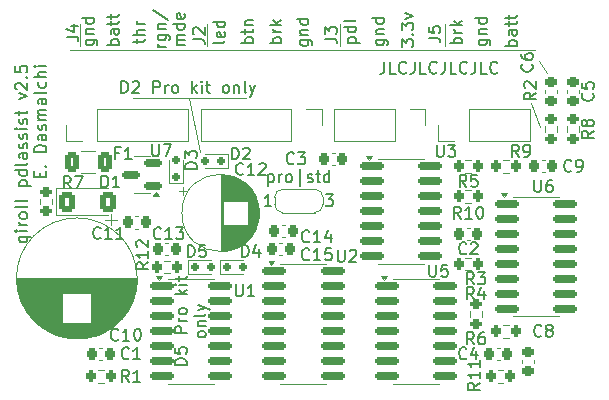
<source format=gto>
G04 #@! TF.GenerationSoftware,KiCad,Pcbnew,8.0.3*
G04 #@! TF.CreationDate,2024-06-26T12:06:14-07:00*
G04 #@! TF.ProjectId,qiroll PAS digital logic,7169726f-6c6c-4205-9041-532064696769,rev?*
G04 #@! TF.SameCoordinates,Original*
G04 #@! TF.FileFunction,Legend,Top*
G04 #@! TF.FilePolarity,Positive*
%FSLAX46Y46*%
G04 Gerber Fmt 4.6, Leading zero omitted, Abs format (unit mm)*
G04 Created by KiCad (PCBNEW 8.0.3) date 2024-06-26 12:06:14*
%MOMM*%
%LPD*%
G01*
G04 APERTURE LIST*
G04 Aperture macros list*
%AMRoundRect*
0 Rectangle with rounded corners*
0 $1 Rounding radius*
0 $2 $3 $4 $5 $6 $7 $8 $9 X,Y pos of 4 corners*
0 Add a 4 corners polygon primitive as box body*
4,1,4,$2,$3,$4,$5,$6,$7,$8,$9,$2,$3,0*
0 Add four circle primitives for the rounded corners*
1,1,$1+$1,$2,$3*
1,1,$1+$1,$4,$5*
1,1,$1+$1,$6,$7*
1,1,$1+$1,$8,$9*
0 Add four rect primitives between the rounded corners*
20,1,$1+$1,$2,$3,$4,$5,0*
20,1,$1+$1,$4,$5,$6,$7,0*
20,1,$1+$1,$6,$7,$8,$9,0*
20,1,$1+$1,$8,$9,$2,$3,0*%
%AMFreePoly0*
4,1,19,0.550000,-0.750000,0.000000,-0.750000,0.000000,-0.744911,-0.071157,-0.744911,-0.207708,-0.704816,-0.327430,-0.627875,-0.420627,-0.520320,-0.479746,-0.390866,-0.500000,-0.250000,-0.500000,0.250000,-0.479746,0.390866,-0.420627,0.520320,-0.327430,0.627875,-0.207708,0.704816,-0.071157,0.744911,0.000000,0.744911,0.000000,0.750000,0.550000,0.750000,0.550000,-0.750000,0.550000,-0.750000,
$1*%
%AMFreePoly1*
4,1,19,0.000000,0.744911,0.071157,0.744911,0.207708,0.704816,0.327430,0.627875,0.420627,0.520320,0.479746,0.390866,0.500000,0.250000,0.500000,-0.250000,0.479746,-0.390866,0.420627,-0.520320,0.327430,-0.627875,0.207708,-0.704816,0.071157,-0.744911,0.000000,-0.744911,0.000000,-0.750000,-0.550000,-0.750000,-0.550000,0.750000,0.000000,0.750000,0.000000,0.744911,0.000000,0.744911,
$1*%
G04 Aperture macros list end*
%ADD10C,0.120000*%
%ADD11C,0.150000*%
%ADD12R,1.600000X1.600000*%
%ADD13C,1.600000*%
%ADD14C,3.800000*%
%ADD15RoundRect,0.225000X0.225000X0.250000X-0.225000X0.250000X-0.225000X-0.250000X0.225000X-0.250000X0*%
%ADD16RoundRect,0.225000X-0.225000X-0.250000X0.225000X-0.250000X0.225000X0.250000X-0.225000X0.250000X0*%
%ADD17RoundRect,0.200000X0.200000X0.275000X-0.200000X0.275000X-0.200000X-0.275000X0.200000X-0.275000X0*%
%ADD18RoundRect,0.200000X0.275000X-0.200000X0.275000X0.200000X-0.275000X0.200000X-0.275000X-0.200000X0*%
%ADD19RoundRect,0.150000X-0.825000X-0.150000X0.825000X-0.150000X0.825000X0.150000X-0.825000X0.150000X0*%
%ADD20RoundRect,0.200000X-0.200000X-0.275000X0.200000X-0.275000X0.200000X0.275000X-0.200000X0.275000X0*%
%ADD21RoundRect,0.225000X0.250000X-0.225000X0.250000X0.225000X-0.250000X0.225000X-0.250000X-0.225000X0*%
%ADD22RoundRect,0.200000X-0.275000X0.200000X-0.275000X-0.200000X0.275000X-0.200000X0.275000X0.200000X0*%
%ADD23RoundRect,0.225000X-0.250000X0.225000X-0.250000X-0.225000X0.250000X-0.225000X0.250000X0.225000X0*%
%ADD24FreePoly0,0.000000*%
%ADD25R,1.000000X1.500000*%
%ADD26FreePoly1,0.000000*%
%ADD27RoundRect,0.150000X-0.200000X0.150000X-0.200000X-0.150000X0.200000X-0.150000X0.200000X0.150000X0*%
%ADD28RoundRect,0.150000X0.150000X0.200000X-0.150000X0.200000X-0.150000X-0.200000X0.150000X-0.200000X0*%
%ADD29RoundRect,0.150000X-0.150000X-0.200000X0.150000X-0.200000X0.150000X0.200000X-0.150000X0.200000X0*%
%ADD30R,1.700000X1.700000*%
%ADD31O,1.700000X1.700000*%
%ADD32RoundRect,0.150000X0.587500X0.150000X-0.587500X0.150000X-0.587500X-0.150000X0.587500X-0.150000X0*%
%ADD33R,2.000000X2.000000*%
%ADD34C,2.000000*%
%ADD35RoundRect,0.250000X-0.375000X-0.625000X0.375000X-0.625000X0.375000X0.625000X-0.375000X0.625000X0*%
%ADD36RoundRect,0.250000X-0.400000X-0.600000X0.400000X-0.600000X0.400000X0.600000X-0.400000X0.600000X0*%
G04 APERTURE END LIST*
D10*
X128371600Y-95288100D02*
X128371600Y-97129600D01*
X139649200Y-95250000D02*
X139649200Y-97091500D01*
X148488400Y-95300800D02*
X148488400Y-97142300D01*
X156185000Y-97500000D02*
X116815000Y-97500000D01*
X117652800Y-95300800D02*
X117652800Y-97142300D01*
X155829000Y-101981000D02*
X156591000Y-103949500D01*
X122123200Y-101498400D02*
X131673600Y-101498400D01*
X126847600Y-101498400D02*
X127812800Y-106070400D01*
X156464000Y-98425000D02*
X157162500Y-99377500D01*
D11*
X134668419Y-96838971D02*
X133668419Y-96838971D01*
X134049371Y-96838971D02*
X134001752Y-96743733D01*
X134001752Y-96743733D02*
X134001752Y-96553257D01*
X134001752Y-96553257D02*
X134049371Y-96458019D01*
X134049371Y-96458019D02*
X134096990Y-96410400D01*
X134096990Y-96410400D02*
X134192228Y-96362781D01*
X134192228Y-96362781D02*
X134477942Y-96362781D01*
X134477942Y-96362781D02*
X134573180Y-96410400D01*
X134573180Y-96410400D02*
X134620800Y-96458019D01*
X134620800Y-96458019D02*
X134668419Y-96553257D01*
X134668419Y-96553257D02*
X134668419Y-96743733D01*
X134668419Y-96743733D02*
X134620800Y-96838971D01*
X134668419Y-95934209D02*
X134001752Y-95934209D01*
X134192228Y-95934209D02*
X134096990Y-95886590D01*
X134096990Y-95886590D02*
X134049371Y-95838971D01*
X134049371Y-95838971D02*
X134001752Y-95743733D01*
X134001752Y-95743733D02*
X134001752Y-95648495D01*
X134668419Y-95315161D02*
X133668419Y-95315161D01*
X134287466Y-95219923D02*
X134668419Y-94934209D01*
X134001752Y-94934209D02*
X134382704Y-95315161D01*
X118101352Y-96575476D02*
X118910876Y-96575476D01*
X118910876Y-96575476D02*
X119006114Y-96623095D01*
X119006114Y-96623095D02*
X119053733Y-96670714D01*
X119053733Y-96670714D02*
X119101352Y-96765952D01*
X119101352Y-96765952D02*
X119101352Y-96908809D01*
X119101352Y-96908809D02*
X119053733Y-97004047D01*
X118720400Y-96575476D02*
X118768019Y-96670714D01*
X118768019Y-96670714D02*
X118768019Y-96861190D01*
X118768019Y-96861190D02*
X118720400Y-96956428D01*
X118720400Y-96956428D02*
X118672780Y-97004047D01*
X118672780Y-97004047D02*
X118577542Y-97051666D01*
X118577542Y-97051666D02*
X118291828Y-97051666D01*
X118291828Y-97051666D02*
X118196590Y-97004047D01*
X118196590Y-97004047D02*
X118148971Y-96956428D01*
X118148971Y-96956428D02*
X118101352Y-96861190D01*
X118101352Y-96861190D02*
X118101352Y-96670714D01*
X118101352Y-96670714D02*
X118148971Y-96575476D01*
X118101352Y-96099285D02*
X118768019Y-96099285D01*
X118196590Y-96099285D02*
X118148971Y-96051666D01*
X118148971Y-96051666D02*
X118101352Y-95956428D01*
X118101352Y-95956428D02*
X118101352Y-95813571D01*
X118101352Y-95813571D02*
X118148971Y-95718333D01*
X118148971Y-95718333D02*
X118244209Y-95670714D01*
X118244209Y-95670714D02*
X118768019Y-95670714D01*
X118768019Y-94765952D02*
X117768019Y-94765952D01*
X118720400Y-94765952D02*
X118768019Y-94861190D01*
X118768019Y-94861190D02*
X118768019Y-95051666D01*
X118768019Y-95051666D02*
X118720400Y-95146904D01*
X118720400Y-95146904D02*
X118672780Y-95194523D01*
X118672780Y-95194523D02*
X118577542Y-95242142D01*
X118577542Y-95242142D02*
X118291828Y-95242142D01*
X118291828Y-95242142D02*
X118196590Y-95194523D01*
X118196590Y-95194523D02*
X118148971Y-95146904D01*
X118148971Y-95146904D02*
X118101352Y-95051666D01*
X118101352Y-95051666D02*
X118101352Y-94861190D01*
X118101352Y-94861190D02*
X118148971Y-94765952D01*
X144844419Y-97186570D02*
X144844419Y-96567523D01*
X144844419Y-96567523D02*
X145225371Y-96900856D01*
X145225371Y-96900856D02*
X145225371Y-96757999D01*
X145225371Y-96757999D02*
X145272990Y-96662761D01*
X145272990Y-96662761D02*
X145320609Y-96615142D01*
X145320609Y-96615142D02*
X145415847Y-96567523D01*
X145415847Y-96567523D02*
X145653942Y-96567523D01*
X145653942Y-96567523D02*
X145749180Y-96615142D01*
X145749180Y-96615142D02*
X145796800Y-96662761D01*
X145796800Y-96662761D02*
X145844419Y-96757999D01*
X145844419Y-96757999D02*
X145844419Y-97043713D01*
X145844419Y-97043713D02*
X145796800Y-97138951D01*
X145796800Y-97138951D02*
X145749180Y-97186570D01*
X145749180Y-96138951D02*
X145796800Y-96091332D01*
X145796800Y-96091332D02*
X145844419Y-96138951D01*
X145844419Y-96138951D02*
X145796800Y-96186570D01*
X145796800Y-96186570D02*
X145749180Y-96138951D01*
X145749180Y-96138951D02*
X145844419Y-96138951D01*
X144844419Y-95757999D02*
X144844419Y-95138952D01*
X144844419Y-95138952D02*
X145225371Y-95472285D01*
X145225371Y-95472285D02*
X145225371Y-95329428D01*
X145225371Y-95329428D02*
X145272990Y-95234190D01*
X145272990Y-95234190D02*
X145320609Y-95186571D01*
X145320609Y-95186571D02*
X145415847Y-95138952D01*
X145415847Y-95138952D02*
X145653942Y-95138952D01*
X145653942Y-95138952D02*
X145749180Y-95186571D01*
X145749180Y-95186571D02*
X145796800Y-95234190D01*
X145796800Y-95234190D02*
X145844419Y-95329428D01*
X145844419Y-95329428D02*
X145844419Y-95615142D01*
X145844419Y-95615142D02*
X145796800Y-95710380D01*
X145796800Y-95710380D02*
X145749180Y-95757999D01*
X145177752Y-94805618D02*
X145844419Y-94567523D01*
X145844419Y-94567523D02*
X145177752Y-94329428D01*
X142688552Y-96600876D02*
X143498076Y-96600876D01*
X143498076Y-96600876D02*
X143593314Y-96648495D01*
X143593314Y-96648495D02*
X143640933Y-96696114D01*
X143640933Y-96696114D02*
X143688552Y-96791352D01*
X143688552Y-96791352D02*
X143688552Y-96934209D01*
X143688552Y-96934209D02*
X143640933Y-97029447D01*
X143307600Y-96600876D02*
X143355219Y-96696114D01*
X143355219Y-96696114D02*
X143355219Y-96886590D01*
X143355219Y-96886590D02*
X143307600Y-96981828D01*
X143307600Y-96981828D02*
X143259980Y-97029447D01*
X143259980Y-97029447D02*
X143164742Y-97077066D01*
X143164742Y-97077066D02*
X142879028Y-97077066D01*
X142879028Y-97077066D02*
X142783790Y-97029447D01*
X142783790Y-97029447D02*
X142736171Y-96981828D01*
X142736171Y-96981828D02*
X142688552Y-96886590D01*
X142688552Y-96886590D02*
X142688552Y-96696114D01*
X142688552Y-96696114D02*
X142736171Y-96600876D01*
X142688552Y-96124685D02*
X143355219Y-96124685D01*
X142783790Y-96124685D02*
X142736171Y-96077066D01*
X142736171Y-96077066D02*
X142688552Y-95981828D01*
X142688552Y-95981828D02*
X142688552Y-95838971D01*
X142688552Y-95838971D02*
X142736171Y-95743733D01*
X142736171Y-95743733D02*
X142831409Y-95696114D01*
X142831409Y-95696114D02*
X143355219Y-95696114D01*
X143355219Y-94791352D02*
X142355219Y-94791352D01*
X143307600Y-94791352D02*
X143355219Y-94886590D01*
X143355219Y-94886590D02*
X143355219Y-95077066D01*
X143355219Y-95077066D02*
X143307600Y-95172304D01*
X143307600Y-95172304D02*
X143259980Y-95219923D01*
X143259980Y-95219923D02*
X143164742Y-95267542D01*
X143164742Y-95267542D02*
X142879028Y-95267542D01*
X142879028Y-95267542D02*
X142783790Y-95219923D01*
X142783790Y-95219923D02*
X142736171Y-95172304D01*
X142736171Y-95172304D02*
X142688552Y-95077066D01*
X142688552Y-95077066D02*
X142688552Y-94886590D01*
X142688552Y-94886590D02*
X142736171Y-94791352D01*
X132280819Y-96862780D02*
X131280819Y-96862780D01*
X131661771Y-96862780D02*
X131614152Y-96767542D01*
X131614152Y-96767542D02*
X131614152Y-96577066D01*
X131614152Y-96577066D02*
X131661771Y-96481828D01*
X131661771Y-96481828D02*
X131709390Y-96434209D01*
X131709390Y-96434209D02*
X131804628Y-96386590D01*
X131804628Y-96386590D02*
X132090342Y-96386590D01*
X132090342Y-96386590D02*
X132185580Y-96434209D01*
X132185580Y-96434209D02*
X132233200Y-96481828D01*
X132233200Y-96481828D02*
X132280819Y-96577066D01*
X132280819Y-96577066D02*
X132280819Y-96767542D01*
X132280819Y-96767542D02*
X132233200Y-96862780D01*
X131614152Y-96100875D02*
X131614152Y-95719923D01*
X131280819Y-95958018D02*
X132137961Y-95958018D01*
X132137961Y-95958018D02*
X132233200Y-95910399D01*
X132233200Y-95910399D02*
X132280819Y-95815161D01*
X132280819Y-95815161D02*
X132280819Y-95719923D01*
X131614152Y-95386589D02*
X132280819Y-95386589D01*
X131709390Y-95386589D02*
X131661771Y-95338970D01*
X131661771Y-95338970D02*
X131614152Y-95243732D01*
X131614152Y-95243732D02*
X131614152Y-95100875D01*
X131614152Y-95100875D02*
X131661771Y-95005637D01*
X131661771Y-95005637D02*
X131757009Y-94958018D01*
X131757009Y-94958018D02*
X132280819Y-94958018D01*
X129893219Y-96723104D02*
X129845600Y-96818342D01*
X129845600Y-96818342D02*
X129750361Y-96865961D01*
X129750361Y-96865961D02*
X128893219Y-96865961D01*
X129845600Y-95961199D02*
X129893219Y-96056437D01*
X129893219Y-96056437D02*
X129893219Y-96246913D01*
X129893219Y-96246913D02*
X129845600Y-96342151D01*
X129845600Y-96342151D02*
X129750361Y-96389770D01*
X129750361Y-96389770D02*
X129369409Y-96389770D01*
X129369409Y-96389770D02*
X129274171Y-96342151D01*
X129274171Y-96342151D02*
X129226552Y-96246913D01*
X129226552Y-96246913D02*
X129226552Y-96056437D01*
X129226552Y-96056437D02*
X129274171Y-95961199D01*
X129274171Y-95961199D02*
X129369409Y-95913580D01*
X129369409Y-95913580D02*
X129464647Y-95913580D01*
X129464647Y-95913580D02*
X129559885Y-96389770D01*
X129893219Y-95056437D02*
X128893219Y-95056437D01*
X129845600Y-95056437D02*
X129893219Y-95151675D01*
X129893219Y-95151675D02*
X129893219Y-95342151D01*
X129893219Y-95342151D02*
X129845600Y-95437389D01*
X129845600Y-95437389D02*
X129797980Y-95485008D01*
X129797980Y-95485008D02*
X129702742Y-95532627D01*
X129702742Y-95532627D02*
X129417028Y-95532627D01*
X129417028Y-95532627D02*
X129321790Y-95485008D01*
X129321790Y-95485008D02*
X129274171Y-95437389D01*
X129274171Y-95437389D02*
X129226552Y-95342151D01*
X129226552Y-95342151D02*
X129226552Y-95151675D01*
X129226552Y-95151675D02*
X129274171Y-95056437D01*
X136287752Y-96651676D02*
X137097276Y-96651676D01*
X137097276Y-96651676D02*
X137192514Y-96699295D01*
X137192514Y-96699295D02*
X137240133Y-96746914D01*
X137240133Y-96746914D02*
X137287752Y-96842152D01*
X137287752Y-96842152D02*
X137287752Y-96985009D01*
X137287752Y-96985009D02*
X137240133Y-97080247D01*
X136906800Y-96651676D02*
X136954419Y-96746914D01*
X136954419Y-96746914D02*
X136954419Y-96937390D01*
X136954419Y-96937390D02*
X136906800Y-97032628D01*
X136906800Y-97032628D02*
X136859180Y-97080247D01*
X136859180Y-97080247D02*
X136763942Y-97127866D01*
X136763942Y-97127866D02*
X136478228Y-97127866D01*
X136478228Y-97127866D02*
X136382990Y-97080247D01*
X136382990Y-97080247D02*
X136335371Y-97032628D01*
X136335371Y-97032628D02*
X136287752Y-96937390D01*
X136287752Y-96937390D02*
X136287752Y-96746914D01*
X136287752Y-96746914D02*
X136335371Y-96651676D01*
X136287752Y-96175485D02*
X136954419Y-96175485D01*
X136382990Y-96175485D02*
X136335371Y-96127866D01*
X136335371Y-96127866D02*
X136287752Y-96032628D01*
X136287752Y-96032628D02*
X136287752Y-95889771D01*
X136287752Y-95889771D02*
X136335371Y-95794533D01*
X136335371Y-95794533D02*
X136430609Y-95746914D01*
X136430609Y-95746914D02*
X136954419Y-95746914D01*
X136954419Y-94842152D02*
X135954419Y-94842152D01*
X136906800Y-94842152D02*
X136954419Y-94937390D01*
X136954419Y-94937390D02*
X136954419Y-95127866D01*
X136954419Y-95127866D02*
X136906800Y-95223104D01*
X136906800Y-95223104D02*
X136859180Y-95270723D01*
X136859180Y-95270723D02*
X136763942Y-95318342D01*
X136763942Y-95318342D02*
X136478228Y-95318342D01*
X136478228Y-95318342D02*
X136382990Y-95270723D01*
X136382990Y-95270723D02*
X136335371Y-95223104D01*
X136335371Y-95223104D02*
X136287752Y-95127866D01*
X136287752Y-95127866D02*
X136287752Y-94937390D01*
X136287752Y-94937390D02*
X136335371Y-94842152D01*
X116485319Y-96345333D02*
X117199604Y-96345333D01*
X117199604Y-96345333D02*
X117342461Y-96392952D01*
X117342461Y-96392952D02*
X117437700Y-96488190D01*
X117437700Y-96488190D02*
X117485319Y-96631047D01*
X117485319Y-96631047D02*
X117485319Y-96726285D01*
X116818652Y-95440571D02*
X117485319Y-95440571D01*
X116437700Y-95678666D02*
X117151985Y-95916761D01*
X117151985Y-95916761D02*
X117151985Y-95297714D01*
X127166019Y-96548533D02*
X127880304Y-96548533D01*
X127880304Y-96548533D02*
X128023161Y-96596152D01*
X128023161Y-96596152D02*
X128118400Y-96691390D01*
X128118400Y-96691390D02*
X128166019Y-96834247D01*
X128166019Y-96834247D02*
X128166019Y-96929485D01*
X127261257Y-96119961D02*
X127213638Y-96072342D01*
X127213638Y-96072342D02*
X127166019Y-95977104D01*
X127166019Y-95977104D02*
X127166019Y-95739009D01*
X127166019Y-95739009D02*
X127213638Y-95643771D01*
X127213638Y-95643771D02*
X127261257Y-95596152D01*
X127261257Y-95596152D02*
X127356495Y-95548533D01*
X127356495Y-95548533D02*
X127451733Y-95548533D01*
X127451733Y-95548533D02*
X127594590Y-95596152D01*
X127594590Y-95596152D02*
X128166019Y-96167580D01*
X128166019Y-96167580D02*
X128166019Y-95548533D01*
X147138247Y-96446933D02*
X147852532Y-96446933D01*
X147852532Y-96446933D02*
X147995389Y-96494552D01*
X147995389Y-96494552D02*
X148090628Y-96589790D01*
X148090628Y-96589790D02*
X148138247Y-96732647D01*
X148138247Y-96732647D02*
X148138247Y-96827885D01*
X147138247Y-95494552D02*
X147138247Y-95970742D01*
X147138247Y-95970742D02*
X147614437Y-96018361D01*
X147614437Y-96018361D02*
X147566818Y-95970742D01*
X147566818Y-95970742D02*
X147519199Y-95875504D01*
X147519199Y-95875504D02*
X147519199Y-95637409D01*
X147519199Y-95637409D02*
X147566818Y-95542171D01*
X147566818Y-95542171D02*
X147614437Y-95494552D01*
X147614437Y-95494552D02*
X147709675Y-95446933D01*
X147709675Y-95446933D02*
X147947770Y-95446933D01*
X147947770Y-95446933D02*
X148043008Y-95494552D01*
X148043008Y-95494552D02*
X148090628Y-95542171D01*
X148090628Y-95542171D02*
X148138247Y-95637409D01*
X148138247Y-95637409D02*
X148138247Y-95875504D01*
X148138247Y-95875504D02*
X148090628Y-95970742D01*
X148090628Y-95970742D02*
X148043008Y-96018361D01*
X138349847Y-96497733D02*
X139064132Y-96497733D01*
X139064132Y-96497733D02*
X139206989Y-96545352D01*
X139206989Y-96545352D02*
X139302228Y-96640590D01*
X139302228Y-96640590D02*
X139349847Y-96783447D01*
X139349847Y-96783447D02*
X139349847Y-96878685D01*
X138349847Y-96116780D02*
X138349847Y-95497733D01*
X138349847Y-95497733D02*
X138730799Y-95831066D01*
X138730799Y-95831066D02*
X138730799Y-95688209D01*
X138730799Y-95688209D02*
X138778418Y-95592971D01*
X138778418Y-95592971D02*
X138826037Y-95545352D01*
X138826037Y-95545352D02*
X138921275Y-95497733D01*
X138921275Y-95497733D02*
X139159370Y-95497733D01*
X139159370Y-95497733D02*
X139254608Y-95545352D01*
X139254608Y-95545352D02*
X139302228Y-95592971D01*
X139302228Y-95592971D02*
X139349847Y-95688209D01*
X139349847Y-95688209D02*
X139349847Y-95973923D01*
X139349847Y-95973923D02*
X139302228Y-96069161D01*
X139302228Y-96069161D02*
X139254608Y-96116780D01*
X120901619Y-97046895D02*
X119901619Y-97046895D01*
X120282571Y-97046895D02*
X120234952Y-96951657D01*
X120234952Y-96951657D02*
X120234952Y-96761181D01*
X120234952Y-96761181D02*
X120282571Y-96665943D01*
X120282571Y-96665943D02*
X120330190Y-96618324D01*
X120330190Y-96618324D02*
X120425428Y-96570705D01*
X120425428Y-96570705D02*
X120711142Y-96570705D01*
X120711142Y-96570705D02*
X120806380Y-96618324D01*
X120806380Y-96618324D02*
X120854000Y-96665943D01*
X120854000Y-96665943D02*
X120901619Y-96761181D01*
X120901619Y-96761181D02*
X120901619Y-96951657D01*
X120901619Y-96951657D02*
X120854000Y-97046895D01*
X120901619Y-95713562D02*
X120377809Y-95713562D01*
X120377809Y-95713562D02*
X120282571Y-95761181D01*
X120282571Y-95761181D02*
X120234952Y-95856419D01*
X120234952Y-95856419D02*
X120234952Y-96046895D01*
X120234952Y-96046895D02*
X120282571Y-96142133D01*
X120854000Y-95713562D02*
X120901619Y-95808800D01*
X120901619Y-95808800D02*
X120901619Y-96046895D01*
X120901619Y-96046895D02*
X120854000Y-96142133D01*
X120854000Y-96142133D02*
X120758761Y-96189752D01*
X120758761Y-96189752D02*
X120663523Y-96189752D01*
X120663523Y-96189752D02*
X120568285Y-96142133D01*
X120568285Y-96142133D02*
X120520666Y-96046895D01*
X120520666Y-96046895D02*
X120520666Y-95808800D01*
X120520666Y-95808800D02*
X120473047Y-95713562D01*
X120234952Y-95380228D02*
X120234952Y-94999276D01*
X119901619Y-95237371D02*
X120758761Y-95237371D01*
X120758761Y-95237371D02*
X120854000Y-95189752D01*
X120854000Y-95189752D02*
X120901619Y-95094514D01*
X120901619Y-95094514D02*
X120901619Y-94999276D01*
X120234952Y-94808799D02*
X120234952Y-94427847D01*
X119901619Y-94665942D02*
X120758761Y-94665942D01*
X120758761Y-94665942D02*
X120854000Y-94618323D01*
X120854000Y-94618323D02*
X120901619Y-94523085D01*
X120901619Y-94523085D02*
X120901619Y-94427847D01*
X151375352Y-96600876D02*
X152184876Y-96600876D01*
X152184876Y-96600876D02*
X152280114Y-96648495D01*
X152280114Y-96648495D02*
X152327733Y-96696114D01*
X152327733Y-96696114D02*
X152375352Y-96791352D01*
X152375352Y-96791352D02*
X152375352Y-96934209D01*
X152375352Y-96934209D02*
X152327733Y-97029447D01*
X151994400Y-96600876D02*
X152042019Y-96696114D01*
X152042019Y-96696114D02*
X152042019Y-96886590D01*
X152042019Y-96886590D02*
X151994400Y-96981828D01*
X151994400Y-96981828D02*
X151946780Y-97029447D01*
X151946780Y-97029447D02*
X151851542Y-97077066D01*
X151851542Y-97077066D02*
X151565828Y-97077066D01*
X151565828Y-97077066D02*
X151470590Y-97029447D01*
X151470590Y-97029447D02*
X151422971Y-96981828D01*
X151422971Y-96981828D02*
X151375352Y-96886590D01*
X151375352Y-96886590D02*
X151375352Y-96696114D01*
X151375352Y-96696114D02*
X151422971Y-96600876D01*
X151375352Y-96124685D02*
X152042019Y-96124685D01*
X151470590Y-96124685D02*
X151422971Y-96077066D01*
X151422971Y-96077066D02*
X151375352Y-95981828D01*
X151375352Y-95981828D02*
X151375352Y-95838971D01*
X151375352Y-95838971D02*
X151422971Y-95743733D01*
X151422971Y-95743733D02*
X151518209Y-95696114D01*
X151518209Y-95696114D02*
X152042019Y-95696114D01*
X152042019Y-94791352D02*
X151042019Y-94791352D01*
X151994400Y-94791352D02*
X152042019Y-94886590D01*
X152042019Y-94886590D02*
X152042019Y-95077066D01*
X152042019Y-95077066D02*
X151994400Y-95172304D01*
X151994400Y-95172304D02*
X151946780Y-95219923D01*
X151946780Y-95219923D02*
X151851542Y-95267542D01*
X151851542Y-95267542D02*
X151565828Y-95267542D01*
X151565828Y-95267542D02*
X151470590Y-95219923D01*
X151470590Y-95219923D02*
X151422971Y-95172304D01*
X151422971Y-95172304D02*
X151375352Y-95077066D01*
X151375352Y-95077066D02*
X151375352Y-94886590D01*
X151375352Y-94886590D02*
X151422971Y-94791352D01*
X154582019Y-97097695D02*
X153582019Y-97097695D01*
X153962971Y-97097695D02*
X153915352Y-97002457D01*
X153915352Y-97002457D02*
X153915352Y-96811981D01*
X153915352Y-96811981D02*
X153962971Y-96716743D01*
X153962971Y-96716743D02*
X154010590Y-96669124D01*
X154010590Y-96669124D02*
X154105828Y-96621505D01*
X154105828Y-96621505D02*
X154391542Y-96621505D01*
X154391542Y-96621505D02*
X154486780Y-96669124D01*
X154486780Y-96669124D02*
X154534400Y-96716743D01*
X154534400Y-96716743D02*
X154582019Y-96811981D01*
X154582019Y-96811981D02*
X154582019Y-97002457D01*
X154582019Y-97002457D02*
X154534400Y-97097695D01*
X154582019Y-95764362D02*
X154058209Y-95764362D01*
X154058209Y-95764362D02*
X153962971Y-95811981D01*
X153962971Y-95811981D02*
X153915352Y-95907219D01*
X153915352Y-95907219D02*
X153915352Y-96097695D01*
X153915352Y-96097695D02*
X153962971Y-96192933D01*
X154534400Y-95764362D02*
X154582019Y-95859600D01*
X154582019Y-95859600D02*
X154582019Y-96097695D01*
X154582019Y-96097695D02*
X154534400Y-96192933D01*
X154534400Y-96192933D02*
X154439161Y-96240552D01*
X154439161Y-96240552D02*
X154343923Y-96240552D01*
X154343923Y-96240552D02*
X154248685Y-96192933D01*
X154248685Y-96192933D02*
X154201066Y-96097695D01*
X154201066Y-96097695D02*
X154201066Y-95859600D01*
X154201066Y-95859600D02*
X154153447Y-95764362D01*
X153915352Y-95431028D02*
X153915352Y-95050076D01*
X153582019Y-95288171D02*
X154439161Y-95288171D01*
X154439161Y-95288171D02*
X154534400Y-95240552D01*
X154534400Y-95240552D02*
X154582019Y-95145314D01*
X154582019Y-95145314D02*
X154582019Y-95050076D01*
X153915352Y-94859599D02*
X153915352Y-94478647D01*
X153582019Y-94716742D02*
X154439161Y-94716742D01*
X154439161Y-94716742D02*
X154534400Y-94669123D01*
X154534400Y-94669123D02*
X154582019Y-94573885D01*
X154582019Y-94573885D02*
X154582019Y-94478647D01*
X149959219Y-96889771D02*
X148959219Y-96889771D01*
X149340171Y-96889771D02*
X149292552Y-96794533D01*
X149292552Y-96794533D02*
X149292552Y-96604057D01*
X149292552Y-96604057D02*
X149340171Y-96508819D01*
X149340171Y-96508819D02*
X149387790Y-96461200D01*
X149387790Y-96461200D02*
X149483028Y-96413581D01*
X149483028Y-96413581D02*
X149768742Y-96413581D01*
X149768742Y-96413581D02*
X149863980Y-96461200D01*
X149863980Y-96461200D02*
X149911600Y-96508819D01*
X149911600Y-96508819D02*
X149959219Y-96604057D01*
X149959219Y-96604057D02*
X149959219Y-96794533D01*
X149959219Y-96794533D02*
X149911600Y-96889771D01*
X149959219Y-95985009D02*
X149292552Y-95985009D01*
X149483028Y-95985009D02*
X149387790Y-95937390D01*
X149387790Y-95937390D02*
X149340171Y-95889771D01*
X149340171Y-95889771D02*
X149292552Y-95794533D01*
X149292552Y-95794533D02*
X149292552Y-95699295D01*
X149959219Y-95365961D02*
X148959219Y-95365961D01*
X149578266Y-95270723D02*
X149959219Y-94985009D01*
X149292552Y-94985009D02*
X149673504Y-95365961D01*
X126649847Y-124137276D02*
X125649847Y-124137276D01*
X125649847Y-124137276D02*
X125649847Y-123899181D01*
X125649847Y-123899181D02*
X125697466Y-123756324D01*
X125697466Y-123756324D02*
X125792704Y-123661086D01*
X125792704Y-123661086D02*
X125887942Y-123613467D01*
X125887942Y-123613467D02*
X126078418Y-123565848D01*
X126078418Y-123565848D02*
X126221275Y-123565848D01*
X126221275Y-123565848D02*
X126411751Y-123613467D01*
X126411751Y-123613467D02*
X126506989Y-123661086D01*
X126506989Y-123661086D02*
X126602228Y-123756324D01*
X126602228Y-123756324D02*
X126649847Y-123899181D01*
X126649847Y-123899181D02*
X126649847Y-124137276D01*
X125649847Y-122661086D02*
X125649847Y-123137276D01*
X125649847Y-123137276D02*
X126126037Y-123184895D01*
X126126037Y-123184895D02*
X126078418Y-123137276D01*
X126078418Y-123137276D02*
X126030799Y-123042038D01*
X126030799Y-123042038D02*
X126030799Y-122803943D01*
X126030799Y-122803943D02*
X126078418Y-122708705D01*
X126078418Y-122708705D02*
X126126037Y-122661086D01*
X126126037Y-122661086D02*
X126221275Y-122613467D01*
X126221275Y-122613467D02*
X126459370Y-122613467D01*
X126459370Y-122613467D02*
X126554608Y-122661086D01*
X126554608Y-122661086D02*
X126602228Y-122708705D01*
X126602228Y-122708705D02*
X126649847Y-122803943D01*
X126649847Y-122803943D02*
X126649847Y-123042038D01*
X126649847Y-123042038D02*
X126602228Y-123137276D01*
X126602228Y-123137276D02*
X126554608Y-123184895D01*
X126649847Y-121422990D02*
X125649847Y-121422990D01*
X125649847Y-121422990D02*
X125649847Y-121042038D01*
X125649847Y-121042038D02*
X125697466Y-120946800D01*
X125697466Y-120946800D02*
X125745085Y-120899181D01*
X125745085Y-120899181D02*
X125840323Y-120851562D01*
X125840323Y-120851562D02*
X125983180Y-120851562D01*
X125983180Y-120851562D02*
X126078418Y-120899181D01*
X126078418Y-120899181D02*
X126126037Y-120946800D01*
X126126037Y-120946800D02*
X126173656Y-121042038D01*
X126173656Y-121042038D02*
X126173656Y-121422990D01*
X126649847Y-120422990D02*
X125983180Y-120422990D01*
X126173656Y-120422990D02*
X126078418Y-120375371D01*
X126078418Y-120375371D02*
X126030799Y-120327752D01*
X126030799Y-120327752D02*
X125983180Y-120232514D01*
X125983180Y-120232514D02*
X125983180Y-120137276D01*
X126649847Y-119661085D02*
X126602228Y-119756323D01*
X126602228Y-119756323D02*
X126554608Y-119803942D01*
X126554608Y-119803942D02*
X126459370Y-119851561D01*
X126459370Y-119851561D02*
X126173656Y-119851561D01*
X126173656Y-119851561D02*
X126078418Y-119803942D01*
X126078418Y-119803942D02*
X126030799Y-119756323D01*
X126030799Y-119756323D02*
X125983180Y-119661085D01*
X125983180Y-119661085D02*
X125983180Y-119518228D01*
X125983180Y-119518228D02*
X126030799Y-119422990D01*
X126030799Y-119422990D02*
X126078418Y-119375371D01*
X126078418Y-119375371D02*
X126173656Y-119327752D01*
X126173656Y-119327752D02*
X126459370Y-119327752D01*
X126459370Y-119327752D02*
X126554608Y-119375371D01*
X126554608Y-119375371D02*
X126602228Y-119422990D01*
X126602228Y-119422990D02*
X126649847Y-119518228D01*
X126649847Y-119518228D02*
X126649847Y-119661085D01*
X126649847Y-118137275D02*
X125649847Y-118137275D01*
X126268894Y-118042037D02*
X126649847Y-117756323D01*
X125983180Y-117756323D02*
X126364132Y-118137275D01*
X126649847Y-117327751D02*
X125983180Y-117327751D01*
X125649847Y-117327751D02*
X125697466Y-117375370D01*
X125697466Y-117375370D02*
X125745085Y-117327751D01*
X125745085Y-117327751D02*
X125697466Y-117280132D01*
X125697466Y-117280132D02*
X125649847Y-117327751D01*
X125649847Y-117327751D02*
X125745085Y-117327751D01*
X125983180Y-116994418D02*
X125983180Y-116613466D01*
X125649847Y-116851561D02*
X126506989Y-116851561D01*
X126506989Y-116851561D02*
X126602228Y-116803942D01*
X126602228Y-116803942D02*
X126649847Y-116708704D01*
X126649847Y-116708704D02*
X126649847Y-116613466D01*
X128259791Y-121613466D02*
X128212172Y-121708704D01*
X128212172Y-121708704D02*
X128164552Y-121756323D01*
X128164552Y-121756323D02*
X128069314Y-121803942D01*
X128069314Y-121803942D02*
X127783600Y-121803942D01*
X127783600Y-121803942D02*
X127688362Y-121756323D01*
X127688362Y-121756323D02*
X127640743Y-121708704D01*
X127640743Y-121708704D02*
X127593124Y-121613466D01*
X127593124Y-121613466D02*
X127593124Y-121470609D01*
X127593124Y-121470609D02*
X127640743Y-121375371D01*
X127640743Y-121375371D02*
X127688362Y-121327752D01*
X127688362Y-121327752D02*
X127783600Y-121280133D01*
X127783600Y-121280133D02*
X128069314Y-121280133D01*
X128069314Y-121280133D02*
X128164552Y-121327752D01*
X128164552Y-121327752D02*
X128212172Y-121375371D01*
X128212172Y-121375371D02*
X128259791Y-121470609D01*
X128259791Y-121470609D02*
X128259791Y-121613466D01*
X127593124Y-120851561D02*
X128259791Y-120851561D01*
X127688362Y-120851561D02*
X127640743Y-120803942D01*
X127640743Y-120803942D02*
X127593124Y-120708704D01*
X127593124Y-120708704D02*
X127593124Y-120565847D01*
X127593124Y-120565847D02*
X127640743Y-120470609D01*
X127640743Y-120470609D02*
X127735981Y-120422990D01*
X127735981Y-120422990D02*
X128259791Y-120422990D01*
X128259791Y-119803942D02*
X128212172Y-119899180D01*
X128212172Y-119899180D02*
X128116933Y-119946799D01*
X128116933Y-119946799D02*
X127259791Y-119946799D01*
X127593124Y-119518227D02*
X128259791Y-119280132D01*
X127593124Y-119042037D02*
X128259791Y-119280132D01*
X128259791Y-119280132D02*
X128497886Y-119375370D01*
X128497886Y-119375370D02*
X128545505Y-119422989D01*
X128545505Y-119422989D02*
X128593124Y-119518227D01*
X140300952Y-96838971D02*
X141300952Y-96838971D01*
X140348571Y-96838971D02*
X140300952Y-96743733D01*
X140300952Y-96743733D02*
X140300952Y-96553257D01*
X140300952Y-96553257D02*
X140348571Y-96458019D01*
X140348571Y-96458019D02*
X140396190Y-96410400D01*
X140396190Y-96410400D02*
X140491428Y-96362781D01*
X140491428Y-96362781D02*
X140777142Y-96362781D01*
X140777142Y-96362781D02*
X140872380Y-96410400D01*
X140872380Y-96410400D02*
X140920000Y-96458019D01*
X140920000Y-96458019D02*
X140967619Y-96553257D01*
X140967619Y-96553257D02*
X140967619Y-96743733D01*
X140967619Y-96743733D02*
X140920000Y-96838971D01*
X140967619Y-95505638D02*
X139967619Y-95505638D01*
X140920000Y-95505638D02*
X140967619Y-95600876D01*
X140967619Y-95600876D02*
X140967619Y-95791352D01*
X140967619Y-95791352D02*
X140920000Y-95886590D01*
X140920000Y-95886590D02*
X140872380Y-95934209D01*
X140872380Y-95934209D02*
X140777142Y-95981828D01*
X140777142Y-95981828D02*
X140491428Y-95981828D01*
X140491428Y-95981828D02*
X140396190Y-95934209D01*
X140396190Y-95934209D02*
X140348571Y-95886590D01*
X140348571Y-95886590D02*
X140300952Y-95791352D01*
X140300952Y-95791352D02*
X140300952Y-95600876D01*
X140300952Y-95600876D02*
X140348571Y-95505638D01*
X140967619Y-94886590D02*
X140920000Y-94981828D01*
X140920000Y-94981828D02*
X140824761Y-95029447D01*
X140824761Y-95029447D02*
X139967619Y-95029447D01*
X143380951Y-98454819D02*
X143380951Y-99169104D01*
X143380951Y-99169104D02*
X143333332Y-99311961D01*
X143333332Y-99311961D02*
X143238094Y-99407200D01*
X143238094Y-99407200D02*
X143095237Y-99454819D01*
X143095237Y-99454819D02*
X142999999Y-99454819D01*
X144333332Y-99454819D02*
X143857142Y-99454819D01*
X143857142Y-99454819D02*
X143857142Y-98454819D01*
X145238094Y-99359580D02*
X145190475Y-99407200D01*
X145190475Y-99407200D02*
X145047618Y-99454819D01*
X145047618Y-99454819D02*
X144952380Y-99454819D01*
X144952380Y-99454819D02*
X144809523Y-99407200D01*
X144809523Y-99407200D02*
X144714285Y-99311961D01*
X144714285Y-99311961D02*
X144666666Y-99216723D01*
X144666666Y-99216723D02*
X144619047Y-99026247D01*
X144619047Y-99026247D02*
X144619047Y-98883390D01*
X144619047Y-98883390D02*
X144666666Y-98692914D01*
X144666666Y-98692914D02*
X144714285Y-98597676D01*
X144714285Y-98597676D02*
X144809523Y-98502438D01*
X144809523Y-98502438D02*
X144952380Y-98454819D01*
X144952380Y-98454819D02*
X145047618Y-98454819D01*
X145047618Y-98454819D02*
X145190475Y-98502438D01*
X145190475Y-98502438D02*
X145238094Y-98550057D01*
X145952380Y-98454819D02*
X145952380Y-99169104D01*
X145952380Y-99169104D02*
X145904761Y-99311961D01*
X145904761Y-99311961D02*
X145809523Y-99407200D01*
X145809523Y-99407200D02*
X145666666Y-99454819D01*
X145666666Y-99454819D02*
X145571428Y-99454819D01*
X146904761Y-99454819D02*
X146428571Y-99454819D01*
X146428571Y-99454819D02*
X146428571Y-98454819D01*
X147809523Y-99359580D02*
X147761904Y-99407200D01*
X147761904Y-99407200D02*
X147619047Y-99454819D01*
X147619047Y-99454819D02*
X147523809Y-99454819D01*
X147523809Y-99454819D02*
X147380952Y-99407200D01*
X147380952Y-99407200D02*
X147285714Y-99311961D01*
X147285714Y-99311961D02*
X147238095Y-99216723D01*
X147238095Y-99216723D02*
X147190476Y-99026247D01*
X147190476Y-99026247D02*
X147190476Y-98883390D01*
X147190476Y-98883390D02*
X147238095Y-98692914D01*
X147238095Y-98692914D02*
X147285714Y-98597676D01*
X147285714Y-98597676D02*
X147380952Y-98502438D01*
X147380952Y-98502438D02*
X147523809Y-98454819D01*
X147523809Y-98454819D02*
X147619047Y-98454819D01*
X147619047Y-98454819D02*
X147761904Y-98502438D01*
X147761904Y-98502438D02*
X147809523Y-98550057D01*
X148523809Y-98454819D02*
X148523809Y-99169104D01*
X148523809Y-99169104D02*
X148476190Y-99311961D01*
X148476190Y-99311961D02*
X148380952Y-99407200D01*
X148380952Y-99407200D02*
X148238095Y-99454819D01*
X148238095Y-99454819D02*
X148142857Y-99454819D01*
X149476190Y-99454819D02*
X149000000Y-99454819D01*
X149000000Y-99454819D02*
X149000000Y-98454819D01*
X150380952Y-99359580D02*
X150333333Y-99407200D01*
X150333333Y-99407200D02*
X150190476Y-99454819D01*
X150190476Y-99454819D02*
X150095238Y-99454819D01*
X150095238Y-99454819D02*
X149952381Y-99407200D01*
X149952381Y-99407200D02*
X149857143Y-99311961D01*
X149857143Y-99311961D02*
X149809524Y-99216723D01*
X149809524Y-99216723D02*
X149761905Y-99026247D01*
X149761905Y-99026247D02*
X149761905Y-98883390D01*
X149761905Y-98883390D02*
X149809524Y-98692914D01*
X149809524Y-98692914D02*
X149857143Y-98597676D01*
X149857143Y-98597676D02*
X149952381Y-98502438D01*
X149952381Y-98502438D02*
X150095238Y-98454819D01*
X150095238Y-98454819D02*
X150190476Y-98454819D01*
X150190476Y-98454819D02*
X150333333Y-98502438D01*
X150333333Y-98502438D02*
X150380952Y-98550057D01*
X151095238Y-98454819D02*
X151095238Y-99169104D01*
X151095238Y-99169104D02*
X151047619Y-99311961D01*
X151047619Y-99311961D02*
X150952381Y-99407200D01*
X150952381Y-99407200D02*
X150809524Y-99454819D01*
X150809524Y-99454819D02*
X150714286Y-99454819D01*
X152047619Y-99454819D02*
X151571429Y-99454819D01*
X151571429Y-99454819D02*
X151571429Y-98454819D01*
X152952381Y-99359580D02*
X152904762Y-99407200D01*
X152904762Y-99407200D02*
X152761905Y-99454819D01*
X152761905Y-99454819D02*
X152666667Y-99454819D01*
X152666667Y-99454819D02*
X152523810Y-99407200D01*
X152523810Y-99407200D02*
X152428572Y-99311961D01*
X152428572Y-99311961D02*
X152380953Y-99216723D01*
X152380953Y-99216723D02*
X152333334Y-99026247D01*
X152333334Y-99026247D02*
X152333334Y-98883390D01*
X152333334Y-98883390D02*
X152380953Y-98692914D01*
X152380953Y-98692914D02*
X152428572Y-98597676D01*
X152428572Y-98597676D02*
X152523810Y-98502438D01*
X152523810Y-98502438D02*
X152666667Y-98454819D01*
X152666667Y-98454819D02*
X152761905Y-98454819D01*
X152761905Y-98454819D02*
X152904762Y-98502438D01*
X152904762Y-98502438D02*
X152952381Y-98550057D01*
X124871847Y-97207199D02*
X124205180Y-97207199D01*
X124395656Y-97207199D02*
X124300418Y-97159580D01*
X124300418Y-97159580D02*
X124252799Y-97111961D01*
X124252799Y-97111961D02*
X124205180Y-97016723D01*
X124205180Y-97016723D02*
X124205180Y-96921485D01*
X124205180Y-96159580D02*
X125014704Y-96159580D01*
X125014704Y-96159580D02*
X125109942Y-96207199D01*
X125109942Y-96207199D02*
X125157561Y-96254818D01*
X125157561Y-96254818D02*
X125205180Y-96350056D01*
X125205180Y-96350056D02*
X125205180Y-96492913D01*
X125205180Y-96492913D02*
X125157561Y-96588151D01*
X124824228Y-96159580D02*
X124871847Y-96254818D01*
X124871847Y-96254818D02*
X124871847Y-96445294D01*
X124871847Y-96445294D02*
X124824228Y-96540532D01*
X124824228Y-96540532D02*
X124776608Y-96588151D01*
X124776608Y-96588151D02*
X124681370Y-96635770D01*
X124681370Y-96635770D02*
X124395656Y-96635770D01*
X124395656Y-96635770D02*
X124300418Y-96588151D01*
X124300418Y-96588151D02*
X124252799Y-96540532D01*
X124252799Y-96540532D02*
X124205180Y-96445294D01*
X124205180Y-96445294D02*
X124205180Y-96254818D01*
X124205180Y-96254818D02*
X124252799Y-96159580D01*
X124205180Y-95683389D02*
X124871847Y-95683389D01*
X124300418Y-95683389D02*
X124252799Y-95635770D01*
X124252799Y-95635770D02*
X124205180Y-95540532D01*
X124205180Y-95540532D02*
X124205180Y-95397675D01*
X124205180Y-95397675D02*
X124252799Y-95302437D01*
X124252799Y-95302437D02*
X124348037Y-95254818D01*
X124348037Y-95254818D02*
X124871847Y-95254818D01*
X123824228Y-94064342D02*
X125109942Y-94921484D01*
X126481791Y-97016723D02*
X125815124Y-97016723D01*
X125910362Y-97016723D02*
X125862743Y-96969104D01*
X125862743Y-96969104D02*
X125815124Y-96873866D01*
X125815124Y-96873866D02*
X125815124Y-96731009D01*
X125815124Y-96731009D02*
X125862743Y-96635771D01*
X125862743Y-96635771D02*
X125957981Y-96588152D01*
X125957981Y-96588152D02*
X126481791Y-96588152D01*
X125957981Y-96588152D02*
X125862743Y-96540533D01*
X125862743Y-96540533D02*
X125815124Y-96445295D01*
X125815124Y-96445295D02*
X125815124Y-96302438D01*
X125815124Y-96302438D02*
X125862743Y-96207199D01*
X125862743Y-96207199D02*
X125957981Y-96159580D01*
X125957981Y-96159580D02*
X126481791Y-96159580D01*
X126481791Y-95254819D02*
X125481791Y-95254819D01*
X126434172Y-95254819D02*
X126481791Y-95350057D01*
X126481791Y-95350057D02*
X126481791Y-95540533D01*
X126481791Y-95540533D02*
X126434172Y-95635771D01*
X126434172Y-95635771D02*
X126386552Y-95683390D01*
X126386552Y-95683390D02*
X126291314Y-95731009D01*
X126291314Y-95731009D02*
X126005600Y-95731009D01*
X126005600Y-95731009D02*
X125910362Y-95683390D01*
X125910362Y-95683390D02*
X125862743Y-95635771D01*
X125862743Y-95635771D02*
X125815124Y-95540533D01*
X125815124Y-95540533D02*
X125815124Y-95350057D01*
X125815124Y-95350057D02*
X125862743Y-95254819D01*
X126434172Y-94397676D02*
X126481791Y-94492914D01*
X126481791Y-94492914D02*
X126481791Y-94683390D01*
X126481791Y-94683390D02*
X126434172Y-94778628D01*
X126434172Y-94778628D02*
X126338933Y-94826247D01*
X126338933Y-94826247D02*
X125957981Y-94826247D01*
X125957981Y-94826247D02*
X125862743Y-94778628D01*
X125862743Y-94778628D02*
X125815124Y-94683390D01*
X125815124Y-94683390D02*
X125815124Y-94492914D01*
X125815124Y-94492914D02*
X125862743Y-94397676D01*
X125862743Y-94397676D02*
X125957981Y-94350057D01*
X125957981Y-94350057D02*
X126053219Y-94350057D01*
X126053219Y-94350057D02*
X126148457Y-94826247D01*
X122419352Y-96913580D02*
X122419352Y-96532628D01*
X122086019Y-96770723D02*
X122943161Y-96770723D01*
X122943161Y-96770723D02*
X123038400Y-96723104D01*
X123038400Y-96723104D02*
X123086019Y-96627866D01*
X123086019Y-96627866D02*
X123086019Y-96532628D01*
X123086019Y-96199294D02*
X122086019Y-96199294D01*
X123086019Y-95770723D02*
X122562209Y-95770723D01*
X122562209Y-95770723D02*
X122466971Y-95818342D01*
X122466971Y-95818342D02*
X122419352Y-95913580D01*
X122419352Y-95913580D02*
X122419352Y-96056437D01*
X122419352Y-96056437D02*
X122466971Y-96151675D01*
X122466971Y-96151675D02*
X122514590Y-96199294D01*
X123086019Y-95294532D02*
X122419352Y-95294532D01*
X122609828Y-95294532D02*
X122514590Y-95246913D01*
X122514590Y-95246913D02*
X122466971Y-95199294D01*
X122466971Y-95199294D02*
X122419352Y-95104056D01*
X122419352Y-95104056D02*
X122419352Y-95008818D01*
X133548761Y-107992152D02*
X133548761Y-108992152D01*
X133548761Y-108039771D02*
X133643999Y-107992152D01*
X133643999Y-107992152D02*
X133834475Y-107992152D01*
X133834475Y-107992152D02*
X133929713Y-108039771D01*
X133929713Y-108039771D02*
X133977332Y-108087390D01*
X133977332Y-108087390D02*
X134024951Y-108182628D01*
X134024951Y-108182628D02*
X134024951Y-108468342D01*
X134024951Y-108468342D02*
X133977332Y-108563580D01*
X133977332Y-108563580D02*
X133929713Y-108611200D01*
X133929713Y-108611200D02*
X133834475Y-108658819D01*
X133834475Y-108658819D02*
X133643999Y-108658819D01*
X133643999Y-108658819D02*
X133548761Y-108611200D01*
X134453523Y-108658819D02*
X134453523Y-107992152D01*
X134453523Y-108182628D02*
X134501142Y-108087390D01*
X134501142Y-108087390D02*
X134548761Y-108039771D01*
X134548761Y-108039771D02*
X134643999Y-107992152D01*
X134643999Y-107992152D02*
X134739237Y-107992152D01*
X135215428Y-108658819D02*
X135120190Y-108611200D01*
X135120190Y-108611200D02*
X135072571Y-108563580D01*
X135072571Y-108563580D02*
X135024952Y-108468342D01*
X135024952Y-108468342D02*
X135024952Y-108182628D01*
X135024952Y-108182628D02*
X135072571Y-108087390D01*
X135072571Y-108087390D02*
X135120190Y-108039771D01*
X135120190Y-108039771D02*
X135215428Y-107992152D01*
X135215428Y-107992152D02*
X135358285Y-107992152D01*
X135358285Y-107992152D02*
X135453523Y-108039771D01*
X135453523Y-108039771D02*
X135501142Y-108087390D01*
X135501142Y-108087390D02*
X135548761Y-108182628D01*
X135548761Y-108182628D02*
X135548761Y-108468342D01*
X135548761Y-108468342D02*
X135501142Y-108563580D01*
X135501142Y-108563580D02*
X135453523Y-108611200D01*
X135453523Y-108611200D02*
X135358285Y-108658819D01*
X135358285Y-108658819D02*
X135215428Y-108658819D01*
X136215428Y-108992152D02*
X136215428Y-107563580D01*
X136882095Y-108611200D02*
X136977333Y-108658819D01*
X136977333Y-108658819D02*
X137167809Y-108658819D01*
X137167809Y-108658819D02*
X137263047Y-108611200D01*
X137263047Y-108611200D02*
X137310666Y-108515961D01*
X137310666Y-108515961D02*
X137310666Y-108468342D01*
X137310666Y-108468342D02*
X137263047Y-108373104D01*
X137263047Y-108373104D02*
X137167809Y-108325485D01*
X137167809Y-108325485D02*
X137024952Y-108325485D01*
X137024952Y-108325485D02*
X136929714Y-108277866D01*
X136929714Y-108277866D02*
X136882095Y-108182628D01*
X136882095Y-108182628D02*
X136882095Y-108135009D01*
X136882095Y-108135009D02*
X136929714Y-108039771D01*
X136929714Y-108039771D02*
X137024952Y-107992152D01*
X137024952Y-107992152D02*
X137167809Y-107992152D01*
X137167809Y-107992152D02*
X137263047Y-108039771D01*
X137596381Y-107992152D02*
X137977333Y-107992152D01*
X137739238Y-107658819D02*
X137739238Y-108515961D01*
X137739238Y-108515961D02*
X137786857Y-108611200D01*
X137786857Y-108611200D02*
X137882095Y-108658819D01*
X137882095Y-108658819D02*
X137977333Y-108658819D01*
X138739238Y-108658819D02*
X138739238Y-107658819D01*
X138739238Y-108611200D02*
X138644000Y-108658819D01*
X138644000Y-108658819D02*
X138453524Y-108658819D01*
X138453524Y-108658819D02*
X138358286Y-108611200D01*
X138358286Y-108611200D02*
X138310667Y-108563580D01*
X138310667Y-108563580D02*
X138263048Y-108468342D01*
X138263048Y-108468342D02*
X138263048Y-108182628D01*
X138263048Y-108182628D02*
X138310667Y-108087390D01*
X138310667Y-108087390D02*
X138358286Y-108039771D01*
X138358286Y-108039771D02*
X138453524Y-107992152D01*
X138453524Y-107992152D02*
X138644000Y-107992152D01*
X138644000Y-107992152D02*
X138739238Y-108039771D01*
X112483180Y-113265353D02*
X113483180Y-113265353D01*
X113102228Y-113265353D02*
X113149847Y-113360591D01*
X113149847Y-113360591D02*
X113149847Y-113551067D01*
X113149847Y-113551067D02*
X113102228Y-113646305D01*
X113102228Y-113646305D02*
X113054608Y-113693924D01*
X113054608Y-113693924D02*
X112959370Y-113741543D01*
X112959370Y-113741543D02*
X112673656Y-113741543D01*
X112673656Y-113741543D02*
X112578418Y-113693924D01*
X112578418Y-113693924D02*
X112530799Y-113646305D01*
X112530799Y-113646305D02*
X112483180Y-113551067D01*
X112483180Y-113551067D02*
X112483180Y-113360591D01*
X112483180Y-113360591D02*
X112530799Y-113265353D01*
X113149847Y-112789162D02*
X112483180Y-112789162D01*
X112149847Y-112789162D02*
X112197466Y-112836781D01*
X112197466Y-112836781D02*
X112245085Y-112789162D01*
X112245085Y-112789162D02*
X112197466Y-112741543D01*
X112197466Y-112741543D02*
X112149847Y-112789162D01*
X112149847Y-112789162D02*
X112245085Y-112789162D01*
X113149847Y-112312972D02*
X112483180Y-112312972D01*
X112673656Y-112312972D02*
X112578418Y-112265353D01*
X112578418Y-112265353D02*
X112530799Y-112217734D01*
X112530799Y-112217734D02*
X112483180Y-112122496D01*
X112483180Y-112122496D02*
X112483180Y-112027258D01*
X113149847Y-111551067D02*
X113102228Y-111646305D01*
X113102228Y-111646305D02*
X113054608Y-111693924D01*
X113054608Y-111693924D02*
X112959370Y-111741543D01*
X112959370Y-111741543D02*
X112673656Y-111741543D01*
X112673656Y-111741543D02*
X112578418Y-111693924D01*
X112578418Y-111693924D02*
X112530799Y-111646305D01*
X112530799Y-111646305D02*
X112483180Y-111551067D01*
X112483180Y-111551067D02*
X112483180Y-111408210D01*
X112483180Y-111408210D02*
X112530799Y-111312972D01*
X112530799Y-111312972D02*
X112578418Y-111265353D01*
X112578418Y-111265353D02*
X112673656Y-111217734D01*
X112673656Y-111217734D02*
X112959370Y-111217734D01*
X112959370Y-111217734D02*
X113054608Y-111265353D01*
X113054608Y-111265353D02*
X113102228Y-111312972D01*
X113102228Y-111312972D02*
X113149847Y-111408210D01*
X113149847Y-111408210D02*
X113149847Y-111551067D01*
X113149847Y-110646305D02*
X113102228Y-110741543D01*
X113102228Y-110741543D02*
X113006989Y-110789162D01*
X113006989Y-110789162D02*
X112149847Y-110789162D01*
X113149847Y-110122495D02*
X113102228Y-110217733D01*
X113102228Y-110217733D02*
X113006989Y-110265352D01*
X113006989Y-110265352D02*
X112149847Y-110265352D01*
X112483180Y-108979637D02*
X113483180Y-108979637D01*
X112530799Y-108979637D02*
X112483180Y-108884399D01*
X112483180Y-108884399D02*
X112483180Y-108693923D01*
X112483180Y-108693923D02*
X112530799Y-108598685D01*
X112530799Y-108598685D02*
X112578418Y-108551066D01*
X112578418Y-108551066D02*
X112673656Y-108503447D01*
X112673656Y-108503447D02*
X112959370Y-108503447D01*
X112959370Y-108503447D02*
X113054608Y-108551066D01*
X113054608Y-108551066D02*
X113102228Y-108598685D01*
X113102228Y-108598685D02*
X113149847Y-108693923D01*
X113149847Y-108693923D02*
X113149847Y-108884399D01*
X113149847Y-108884399D02*
X113102228Y-108979637D01*
X113149847Y-107646304D02*
X112149847Y-107646304D01*
X113102228Y-107646304D02*
X113149847Y-107741542D01*
X113149847Y-107741542D02*
X113149847Y-107932018D01*
X113149847Y-107932018D02*
X113102228Y-108027256D01*
X113102228Y-108027256D02*
X113054608Y-108074875D01*
X113054608Y-108074875D02*
X112959370Y-108122494D01*
X112959370Y-108122494D02*
X112673656Y-108122494D01*
X112673656Y-108122494D02*
X112578418Y-108074875D01*
X112578418Y-108074875D02*
X112530799Y-108027256D01*
X112530799Y-108027256D02*
X112483180Y-107932018D01*
X112483180Y-107932018D02*
X112483180Y-107741542D01*
X112483180Y-107741542D02*
X112530799Y-107646304D01*
X113149847Y-107027256D02*
X113102228Y-107122494D01*
X113102228Y-107122494D02*
X113006989Y-107170113D01*
X113006989Y-107170113D02*
X112149847Y-107170113D01*
X113149847Y-106217732D02*
X112626037Y-106217732D01*
X112626037Y-106217732D02*
X112530799Y-106265351D01*
X112530799Y-106265351D02*
X112483180Y-106360589D01*
X112483180Y-106360589D02*
X112483180Y-106551065D01*
X112483180Y-106551065D02*
X112530799Y-106646303D01*
X113102228Y-106217732D02*
X113149847Y-106312970D01*
X113149847Y-106312970D02*
X113149847Y-106551065D01*
X113149847Y-106551065D02*
X113102228Y-106646303D01*
X113102228Y-106646303D02*
X113006989Y-106693922D01*
X113006989Y-106693922D02*
X112911751Y-106693922D01*
X112911751Y-106693922D02*
X112816513Y-106646303D01*
X112816513Y-106646303D02*
X112768894Y-106551065D01*
X112768894Y-106551065D02*
X112768894Y-106312970D01*
X112768894Y-106312970D02*
X112721275Y-106217732D01*
X113102228Y-105789160D02*
X113149847Y-105693922D01*
X113149847Y-105693922D02*
X113149847Y-105503446D01*
X113149847Y-105503446D02*
X113102228Y-105408208D01*
X113102228Y-105408208D02*
X113006989Y-105360589D01*
X113006989Y-105360589D02*
X112959370Y-105360589D01*
X112959370Y-105360589D02*
X112864132Y-105408208D01*
X112864132Y-105408208D02*
X112816513Y-105503446D01*
X112816513Y-105503446D02*
X112816513Y-105646303D01*
X112816513Y-105646303D02*
X112768894Y-105741541D01*
X112768894Y-105741541D02*
X112673656Y-105789160D01*
X112673656Y-105789160D02*
X112626037Y-105789160D01*
X112626037Y-105789160D02*
X112530799Y-105741541D01*
X112530799Y-105741541D02*
X112483180Y-105646303D01*
X112483180Y-105646303D02*
X112483180Y-105503446D01*
X112483180Y-105503446D02*
X112530799Y-105408208D01*
X113102228Y-104979636D02*
X113149847Y-104884398D01*
X113149847Y-104884398D02*
X113149847Y-104693922D01*
X113149847Y-104693922D02*
X113102228Y-104598684D01*
X113102228Y-104598684D02*
X113006989Y-104551065D01*
X113006989Y-104551065D02*
X112959370Y-104551065D01*
X112959370Y-104551065D02*
X112864132Y-104598684D01*
X112864132Y-104598684D02*
X112816513Y-104693922D01*
X112816513Y-104693922D02*
X112816513Y-104836779D01*
X112816513Y-104836779D02*
X112768894Y-104932017D01*
X112768894Y-104932017D02*
X112673656Y-104979636D01*
X112673656Y-104979636D02*
X112626037Y-104979636D01*
X112626037Y-104979636D02*
X112530799Y-104932017D01*
X112530799Y-104932017D02*
X112483180Y-104836779D01*
X112483180Y-104836779D02*
X112483180Y-104693922D01*
X112483180Y-104693922D02*
X112530799Y-104598684D01*
X113149847Y-104122493D02*
X112483180Y-104122493D01*
X112149847Y-104122493D02*
X112197466Y-104170112D01*
X112197466Y-104170112D02*
X112245085Y-104122493D01*
X112245085Y-104122493D02*
X112197466Y-104074874D01*
X112197466Y-104074874D02*
X112149847Y-104122493D01*
X112149847Y-104122493D02*
X112245085Y-104122493D01*
X113102228Y-103693922D02*
X113149847Y-103598684D01*
X113149847Y-103598684D02*
X113149847Y-103408208D01*
X113149847Y-103408208D02*
X113102228Y-103312970D01*
X113102228Y-103312970D02*
X113006989Y-103265351D01*
X113006989Y-103265351D02*
X112959370Y-103265351D01*
X112959370Y-103265351D02*
X112864132Y-103312970D01*
X112864132Y-103312970D02*
X112816513Y-103408208D01*
X112816513Y-103408208D02*
X112816513Y-103551065D01*
X112816513Y-103551065D02*
X112768894Y-103646303D01*
X112768894Y-103646303D02*
X112673656Y-103693922D01*
X112673656Y-103693922D02*
X112626037Y-103693922D01*
X112626037Y-103693922D02*
X112530799Y-103646303D01*
X112530799Y-103646303D02*
X112483180Y-103551065D01*
X112483180Y-103551065D02*
X112483180Y-103408208D01*
X112483180Y-103408208D02*
X112530799Y-103312970D01*
X112483180Y-102979636D02*
X112483180Y-102598684D01*
X112149847Y-102836779D02*
X113006989Y-102836779D01*
X113006989Y-102836779D02*
X113102228Y-102789160D01*
X113102228Y-102789160D02*
X113149847Y-102693922D01*
X113149847Y-102693922D02*
X113149847Y-102598684D01*
X112483180Y-101598683D02*
X113149847Y-101360588D01*
X113149847Y-101360588D02*
X112483180Y-101122493D01*
X112245085Y-100789159D02*
X112197466Y-100741540D01*
X112197466Y-100741540D02*
X112149847Y-100646302D01*
X112149847Y-100646302D02*
X112149847Y-100408207D01*
X112149847Y-100408207D02*
X112197466Y-100312969D01*
X112197466Y-100312969D02*
X112245085Y-100265350D01*
X112245085Y-100265350D02*
X112340323Y-100217731D01*
X112340323Y-100217731D02*
X112435561Y-100217731D01*
X112435561Y-100217731D02*
X112578418Y-100265350D01*
X112578418Y-100265350D02*
X113149847Y-100836778D01*
X113149847Y-100836778D02*
X113149847Y-100217731D01*
X113054608Y-99789159D02*
X113102228Y-99741540D01*
X113102228Y-99741540D02*
X113149847Y-99789159D01*
X113149847Y-99789159D02*
X113102228Y-99836778D01*
X113102228Y-99836778D02*
X113054608Y-99789159D01*
X113054608Y-99789159D02*
X113149847Y-99789159D01*
X112149847Y-98836779D02*
X112149847Y-99312969D01*
X112149847Y-99312969D02*
X112626037Y-99360588D01*
X112626037Y-99360588D02*
X112578418Y-99312969D01*
X112578418Y-99312969D02*
X112530799Y-99217731D01*
X112530799Y-99217731D02*
X112530799Y-98979636D01*
X112530799Y-98979636D02*
X112578418Y-98884398D01*
X112578418Y-98884398D02*
X112626037Y-98836779D01*
X112626037Y-98836779D02*
X112721275Y-98789160D01*
X112721275Y-98789160D02*
X112959370Y-98789160D01*
X112959370Y-98789160D02*
X113054608Y-98836779D01*
X113054608Y-98836779D02*
X113102228Y-98884398D01*
X113102228Y-98884398D02*
X113149847Y-98979636D01*
X113149847Y-98979636D02*
X113149847Y-99217731D01*
X113149847Y-99217731D02*
X113102228Y-99312969D01*
X113102228Y-99312969D02*
X113054608Y-99360588D01*
X114235981Y-108217731D02*
X114235981Y-107884398D01*
X114759791Y-107741541D02*
X114759791Y-108217731D01*
X114759791Y-108217731D02*
X113759791Y-108217731D01*
X113759791Y-108217731D02*
X113759791Y-107741541D01*
X114664552Y-107312969D02*
X114712172Y-107265350D01*
X114712172Y-107265350D02*
X114759791Y-107312969D01*
X114759791Y-107312969D02*
X114712172Y-107360588D01*
X114712172Y-107360588D02*
X114664552Y-107312969D01*
X114664552Y-107312969D02*
X114759791Y-107312969D01*
X114759791Y-106074874D02*
X113759791Y-106074874D01*
X113759791Y-106074874D02*
X113759791Y-105836779D01*
X113759791Y-105836779D02*
X113807410Y-105693922D01*
X113807410Y-105693922D02*
X113902648Y-105598684D01*
X113902648Y-105598684D02*
X113997886Y-105551065D01*
X113997886Y-105551065D02*
X114188362Y-105503446D01*
X114188362Y-105503446D02*
X114331219Y-105503446D01*
X114331219Y-105503446D02*
X114521695Y-105551065D01*
X114521695Y-105551065D02*
X114616933Y-105598684D01*
X114616933Y-105598684D02*
X114712172Y-105693922D01*
X114712172Y-105693922D02*
X114759791Y-105836779D01*
X114759791Y-105836779D02*
X114759791Y-106074874D01*
X114759791Y-104646303D02*
X114235981Y-104646303D01*
X114235981Y-104646303D02*
X114140743Y-104693922D01*
X114140743Y-104693922D02*
X114093124Y-104789160D01*
X114093124Y-104789160D02*
X114093124Y-104979636D01*
X114093124Y-104979636D02*
X114140743Y-105074874D01*
X114712172Y-104646303D02*
X114759791Y-104741541D01*
X114759791Y-104741541D02*
X114759791Y-104979636D01*
X114759791Y-104979636D02*
X114712172Y-105074874D01*
X114712172Y-105074874D02*
X114616933Y-105122493D01*
X114616933Y-105122493D02*
X114521695Y-105122493D01*
X114521695Y-105122493D02*
X114426457Y-105074874D01*
X114426457Y-105074874D02*
X114378838Y-104979636D01*
X114378838Y-104979636D02*
X114378838Y-104741541D01*
X114378838Y-104741541D02*
X114331219Y-104646303D01*
X114712172Y-104217731D02*
X114759791Y-104122493D01*
X114759791Y-104122493D02*
X114759791Y-103932017D01*
X114759791Y-103932017D02*
X114712172Y-103836779D01*
X114712172Y-103836779D02*
X114616933Y-103789160D01*
X114616933Y-103789160D02*
X114569314Y-103789160D01*
X114569314Y-103789160D02*
X114474076Y-103836779D01*
X114474076Y-103836779D02*
X114426457Y-103932017D01*
X114426457Y-103932017D02*
X114426457Y-104074874D01*
X114426457Y-104074874D02*
X114378838Y-104170112D01*
X114378838Y-104170112D02*
X114283600Y-104217731D01*
X114283600Y-104217731D02*
X114235981Y-104217731D01*
X114235981Y-104217731D02*
X114140743Y-104170112D01*
X114140743Y-104170112D02*
X114093124Y-104074874D01*
X114093124Y-104074874D02*
X114093124Y-103932017D01*
X114093124Y-103932017D02*
X114140743Y-103836779D01*
X114759791Y-103360588D02*
X114093124Y-103360588D01*
X114188362Y-103360588D02*
X114140743Y-103312969D01*
X114140743Y-103312969D02*
X114093124Y-103217731D01*
X114093124Y-103217731D02*
X114093124Y-103074874D01*
X114093124Y-103074874D02*
X114140743Y-102979636D01*
X114140743Y-102979636D02*
X114235981Y-102932017D01*
X114235981Y-102932017D02*
X114759791Y-102932017D01*
X114235981Y-102932017D02*
X114140743Y-102884398D01*
X114140743Y-102884398D02*
X114093124Y-102789160D01*
X114093124Y-102789160D02*
X114093124Y-102646303D01*
X114093124Y-102646303D02*
X114140743Y-102551064D01*
X114140743Y-102551064D02*
X114235981Y-102503445D01*
X114235981Y-102503445D02*
X114759791Y-102503445D01*
X114759791Y-101598684D02*
X114235981Y-101598684D01*
X114235981Y-101598684D02*
X114140743Y-101646303D01*
X114140743Y-101646303D02*
X114093124Y-101741541D01*
X114093124Y-101741541D02*
X114093124Y-101932017D01*
X114093124Y-101932017D02*
X114140743Y-102027255D01*
X114712172Y-101598684D02*
X114759791Y-101693922D01*
X114759791Y-101693922D02*
X114759791Y-101932017D01*
X114759791Y-101932017D02*
X114712172Y-102027255D01*
X114712172Y-102027255D02*
X114616933Y-102074874D01*
X114616933Y-102074874D02*
X114521695Y-102074874D01*
X114521695Y-102074874D02*
X114426457Y-102027255D01*
X114426457Y-102027255D02*
X114378838Y-101932017D01*
X114378838Y-101932017D02*
X114378838Y-101693922D01*
X114378838Y-101693922D02*
X114331219Y-101598684D01*
X114759791Y-100979636D02*
X114712172Y-101074874D01*
X114712172Y-101074874D02*
X114616933Y-101122493D01*
X114616933Y-101122493D02*
X113759791Y-101122493D01*
X114712172Y-100170112D02*
X114759791Y-100265350D01*
X114759791Y-100265350D02*
X114759791Y-100455826D01*
X114759791Y-100455826D02*
X114712172Y-100551064D01*
X114712172Y-100551064D02*
X114664552Y-100598683D01*
X114664552Y-100598683D02*
X114569314Y-100646302D01*
X114569314Y-100646302D02*
X114283600Y-100646302D01*
X114283600Y-100646302D02*
X114188362Y-100598683D01*
X114188362Y-100598683D02*
X114140743Y-100551064D01*
X114140743Y-100551064D02*
X114093124Y-100455826D01*
X114093124Y-100455826D02*
X114093124Y-100265350D01*
X114093124Y-100265350D02*
X114140743Y-100170112D01*
X114759791Y-99741540D02*
X113759791Y-99741540D01*
X114759791Y-99312969D02*
X114235981Y-99312969D01*
X114235981Y-99312969D02*
X114140743Y-99360588D01*
X114140743Y-99360588D02*
X114093124Y-99455826D01*
X114093124Y-99455826D02*
X114093124Y-99598683D01*
X114093124Y-99598683D02*
X114140743Y-99693921D01*
X114140743Y-99693921D02*
X114188362Y-99741540D01*
X114759791Y-98836778D02*
X114093124Y-98836778D01*
X113759791Y-98836778D02*
X113807410Y-98884397D01*
X113807410Y-98884397D02*
X113855029Y-98836778D01*
X113855029Y-98836778D02*
X113807410Y-98789159D01*
X113807410Y-98789159D02*
X113759791Y-98836778D01*
X113759791Y-98836778D02*
X113855029Y-98836778D01*
X121126951Y-101089619D02*
X121126951Y-100089619D01*
X121126951Y-100089619D02*
X121365046Y-100089619D01*
X121365046Y-100089619D02*
X121507903Y-100137238D01*
X121507903Y-100137238D02*
X121603141Y-100232476D01*
X121603141Y-100232476D02*
X121650760Y-100327714D01*
X121650760Y-100327714D02*
X121698379Y-100518190D01*
X121698379Y-100518190D02*
X121698379Y-100661047D01*
X121698379Y-100661047D02*
X121650760Y-100851523D01*
X121650760Y-100851523D02*
X121603141Y-100946761D01*
X121603141Y-100946761D02*
X121507903Y-101042000D01*
X121507903Y-101042000D02*
X121365046Y-101089619D01*
X121365046Y-101089619D02*
X121126951Y-101089619D01*
X122079332Y-100184857D02*
X122126951Y-100137238D01*
X122126951Y-100137238D02*
X122222189Y-100089619D01*
X122222189Y-100089619D02*
X122460284Y-100089619D01*
X122460284Y-100089619D02*
X122555522Y-100137238D01*
X122555522Y-100137238D02*
X122603141Y-100184857D01*
X122603141Y-100184857D02*
X122650760Y-100280095D01*
X122650760Y-100280095D02*
X122650760Y-100375333D01*
X122650760Y-100375333D02*
X122603141Y-100518190D01*
X122603141Y-100518190D02*
X122031713Y-101089619D01*
X122031713Y-101089619D02*
X122650760Y-101089619D01*
X123841237Y-101089619D02*
X123841237Y-100089619D01*
X123841237Y-100089619D02*
X124222189Y-100089619D01*
X124222189Y-100089619D02*
X124317427Y-100137238D01*
X124317427Y-100137238D02*
X124365046Y-100184857D01*
X124365046Y-100184857D02*
X124412665Y-100280095D01*
X124412665Y-100280095D02*
X124412665Y-100422952D01*
X124412665Y-100422952D02*
X124365046Y-100518190D01*
X124365046Y-100518190D02*
X124317427Y-100565809D01*
X124317427Y-100565809D02*
X124222189Y-100613428D01*
X124222189Y-100613428D02*
X123841237Y-100613428D01*
X124841237Y-101089619D02*
X124841237Y-100422952D01*
X124841237Y-100613428D02*
X124888856Y-100518190D01*
X124888856Y-100518190D02*
X124936475Y-100470571D01*
X124936475Y-100470571D02*
X125031713Y-100422952D01*
X125031713Y-100422952D02*
X125126951Y-100422952D01*
X125603142Y-101089619D02*
X125507904Y-101042000D01*
X125507904Y-101042000D02*
X125460285Y-100994380D01*
X125460285Y-100994380D02*
X125412666Y-100899142D01*
X125412666Y-100899142D02*
X125412666Y-100613428D01*
X125412666Y-100613428D02*
X125460285Y-100518190D01*
X125460285Y-100518190D02*
X125507904Y-100470571D01*
X125507904Y-100470571D02*
X125603142Y-100422952D01*
X125603142Y-100422952D02*
X125745999Y-100422952D01*
X125745999Y-100422952D02*
X125841237Y-100470571D01*
X125841237Y-100470571D02*
X125888856Y-100518190D01*
X125888856Y-100518190D02*
X125936475Y-100613428D01*
X125936475Y-100613428D02*
X125936475Y-100899142D01*
X125936475Y-100899142D02*
X125888856Y-100994380D01*
X125888856Y-100994380D02*
X125841237Y-101042000D01*
X125841237Y-101042000D02*
X125745999Y-101089619D01*
X125745999Y-101089619D02*
X125603142Y-101089619D01*
X127126952Y-101089619D02*
X127126952Y-100089619D01*
X127222190Y-100708666D02*
X127507904Y-101089619D01*
X127507904Y-100422952D02*
X127126952Y-100803904D01*
X127936476Y-101089619D02*
X127936476Y-100422952D01*
X127936476Y-100089619D02*
X127888857Y-100137238D01*
X127888857Y-100137238D02*
X127936476Y-100184857D01*
X127936476Y-100184857D02*
X127984095Y-100137238D01*
X127984095Y-100137238D02*
X127936476Y-100089619D01*
X127936476Y-100089619D02*
X127936476Y-100184857D01*
X128269809Y-100422952D02*
X128650761Y-100422952D01*
X128412666Y-100089619D02*
X128412666Y-100946761D01*
X128412666Y-100946761D02*
X128460285Y-101042000D01*
X128460285Y-101042000D02*
X128555523Y-101089619D01*
X128555523Y-101089619D02*
X128650761Y-101089619D01*
X129888857Y-101089619D02*
X129793619Y-101042000D01*
X129793619Y-101042000D02*
X129746000Y-100994380D01*
X129746000Y-100994380D02*
X129698381Y-100899142D01*
X129698381Y-100899142D02*
X129698381Y-100613428D01*
X129698381Y-100613428D02*
X129746000Y-100518190D01*
X129746000Y-100518190D02*
X129793619Y-100470571D01*
X129793619Y-100470571D02*
X129888857Y-100422952D01*
X129888857Y-100422952D02*
X130031714Y-100422952D01*
X130031714Y-100422952D02*
X130126952Y-100470571D01*
X130126952Y-100470571D02*
X130174571Y-100518190D01*
X130174571Y-100518190D02*
X130222190Y-100613428D01*
X130222190Y-100613428D02*
X130222190Y-100899142D01*
X130222190Y-100899142D02*
X130174571Y-100994380D01*
X130174571Y-100994380D02*
X130126952Y-101042000D01*
X130126952Y-101042000D02*
X130031714Y-101089619D01*
X130031714Y-101089619D02*
X129888857Y-101089619D01*
X130650762Y-100422952D02*
X130650762Y-101089619D01*
X130650762Y-100518190D02*
X130698381Y-100470571D01*
X130698381Y-100470571D02*
X130793619Y-100422952D01*
X130793619Y-100422952D02*
X130936476Y-100422952D01*
X130936476Y-100422952D02*
X131031714Y-100470571D01*
X131031714Y-100470571D02*
X131079333Y-100565809D01*
X131079333Y-100565809D02*
X131079333Y-101089619D01*
X131698381Y-101089619D02*
X131603143Y-101042000D01*
X131603143Y-101042000D02*
X131555524Y-100946761D01*
X131555524Y-100946761D02*
X131555524Y-100089619D01*
X131984096Y-100422952D02*
X132222191Y-101089619D01*
X132460286Y-100422952D02*
X132222191Y-101089619D01*
X132222191Y-101089619D02*
X132126953Y-101327714D01*
X132126953Y-101327714D02*
X132079334Y-101375333D01*
X132079334Y-101375333D02*
X131984096Y-101422952D01*
X131437142Y-107953980D02*
X131389523Y-108001600D01*
X131389523Y-108001600D02*
X131246666Y-108049219D01*
X131246666Y-108049219D02*
X131151428Y-108049219D01*
X131151428Y-108049219D02*
X131008571Y-108001600D01*
X131008571Y-108001600D02*
X130913333Y-107906361D01*
X130913333Y-107906361D02*
X130865714Y-107811123D01*
X130865714Y-107811123D02*
X130818095Y-107620647D01*
X130818095Y-107620647D02*
X130818095Y-107477790D01*
X130818095Y-107477790D02*
X130865714Y-107287314D01*
X130865714Y-107287314D02*
X130913333Y-107192076D01*
X130913333Y-107192076D02*
X131008571Y-107096838D01*
X131008571Y-107096838D02*
X131151428Y-107049219D01*
X131151428Y-107049219D02*
X131246666Y-107049219D01*
X131246666Y-107049219D02*
X131389523Y-107096838D01*
X131389523Y-107096838D02*
X131437142Y-107144457D01*
X132389523Y-108049219D02*
X131818095Y-108049219D01*
X132103809Y-108049219D02*
X132103809Y-107049219D01*
X132103809Y-107049219D02*
X132008571Y-107192076D01*
X132008571Y-107192076D02*
X131913333Y-107287314D01*
X131913333Y-107287314D02*
X131818095Y-107334933D01*
X132770476Y-107144457D02*
X132818095Y-107096838D01*
X132818095Y-107096838D02*
X132913333Y-107049219D01*
X132913333Y-107049219D02*
X133151428Y-107049219D01*
X133151428Y-107049219D02*
X133246666Y-107096838D01*
X133246666Y-107096838D02*
X133294285Y-107144457D01*
X133294285Y-107144457D02*
X133341904Y-107239695D01*
X133341904Y-107239695D02*
X133341904Y-107334933D01*
X133341904Y-107334933D02*
X133294285Y-107477790D01*
X133294285Y-107477790D02*
X132722857Y-108049219D01*
X132722857Y-108049219D02*
X133341904Y-108049219D01*
X124477542Y-113389580D02*
X124429923Y-113437200D01*
X124429923Y-113437200D02*
X124287066Y-113484819D01*
X124287066Y-113484819D02*
X124191828Y-113484819D01*
X124191828Y-113484819D02*
X124048971Y-113437200D01*
X124048971Y-113437200D02*
X123953733Y-113341961D01*
X123953733Y-113341961D02*
X123906114Y-113246723D01*
X123906114Y-113246723D02*
X123858495Y-113056247D01*
X123858495Y-113056247D02*
X123858495Y-112913390D01*
X123858495Y-112913390D02*
X123906114Y-112722914D01*
X123906114Y-112722914D02*
X123953733Y-112627676D01*
X123953733Y-112627676D02*
X124048971Y-112532438D01*
X124048971Y-112532438D02*
X124191828Y-112484819D01*
X124191828Y-112484819D02*
X124287066Y-112484819D01*
X124287066Y-112484819D02*
X124429923Y-112532438D01*
X124429923Y-112532438D02*
X124477542Y-112580057D01*
X125429923Y-113484819D02*
X124858495Y-113484819D01*
X125144209Y-113484819D02*
X125144209Y-112484819D01*
X125144209Y-112484819D02*
X125048971Y-112627676D01*
X125048971Y-112627676D02*
X124953733Y-112722914D01*
X124953733Y-112722914D02*
X124858495Y-112770533D01*
X125763257Y-112484819D02*
X126382304Y-112484819D01*
X126382304Y-112484819D02*
X126048971Y-112865771D01*
X126048971Y-112865771D02*
X126191828Y-112865771D01*
X126191828Y-112865771D02*
X126287066Y-112913390D01*
X126287066Y-112913390D02*
X126334685Y-112961009D01*
X126334685Y-112961009D02*
X126382304Y-113056247D01*
X126382304Y-113056247D02*
X126382304Y-113294342D01*
X126382304Y-113294342D02*
X126334685Y-113389580D01*
X126334685Y-113389580D02*
X126287066Y-113437200D01*
X126287066Y-113437200D02*
X126191828Y-113484819D01*
X126191828Y-113484819D02*
X125906114Y-113484819D01*
X125906114Y-113484819D02*
X125810876Y-113437200D01*
X125810876Y-113437200D02*
X125763257Y-113389580D01*
X150328333Y-114659580D02*
X150280714Y-114707200D01*
X150280714Y-114707200D02*
X150137857Y-114754819D01*
X150137857Y-114754819D02*
X150042619Y-114754819D01*
X150042619Y-114754819D02*
X149899762Y-114707200D01*
X149899762Y-114707200D02*
X149804524Y-114611961D01*
X149804524Y-114611961D02*
X149756905Y-114516723D01*
X149756905Y-114516723D02*
X149709286Y-114326247D01*
X149709286Y-114326247D02*
X149709286Y-114183390D01*
X149709286Y-114183390D02*
X149756905Y-113992914D01*
X149756905Y-113992914D02*
X149804524Y-113897676D01*
X149804524Y-113897676D02*
X149899762Y-113802438D01*
X149899762Y-113802438D02*
X150042619Y-113754819D01*
X150042619Y-113754819D02*
X150137857Y-113754819D01*
X150137857Y-113754819D02*
X150280714Y-113802438D01*
X150280714Y-113802438D02*
X150328333Y-113850057D01*
X150709286Y-113850057D02*
X150756905Y-113802438D01*
X150756905Y-113802438D02*
X150852143Y-113754819D01*
X150852143Y-113754819D02*
X151090238Y-113754819D01*
X151090238Y-113754819D02*
X151185476Y-113802438D01*
X151185476Y-113802438D02*
X151233095Y-113850057D01*
X151233095Y-113850057D02*
X151280714Y-113945295D01*
X151280714Y-113945295D02*
X151280714Y-114040533D01*
X151280714Y-114040533D02*
X151233095Y-114183390D01*
X151233095Y-114183390D02*
X150661667Y-114754819D01*
X150661667Y-114754819D02*
X151280714Y-114754819D01*
X135723333Y-107039580D02*
X135675714Y-107087200D01*
X135675714Y-107087200D02*
X135532857Y-107134819D01*
X135532857Y-107134819D02*
X135437619Y-107134819D01*
X135437619Y-107134819D02*
X135294762Y-107087200D01*
X135294762Y-107087200D02*
X135199524Y-106991961D01*
X135199524Y-106991961D02*
X135151905Y-106896723D01*
X135151905Y-106896723D02*
X135104286Y-106706247D01*
X135104286Y-106706247D02*
X135104286Y-106563390D01*
X135104286Y-106563390D02*
X135151905Y-106372914D01*
X135151905Y-106372914D02*
X135199524Y-106277676D01*
X135199524Y-106277676D02*
X135294762Y-106182438D01*
X135294762Y-106182438D02*
X135437619Y-106134819D01*
X135437619Y-106134819D02*
X135532857Y-106134819D01*
X135532857Y-106134819D02*
X135675714Y-106182438D01*
X135675714Y-106182438D02*
X135723333Y-106230057D01*
X136056667Y-106134819D02*
X136675714Y-106134819D01*
X136675714Y-106134819D02*
X136342381Y-106515771D01*
X136342381Y-106515771D02*
X136485238Y-106515771D01*
X136485238Y-106515771D02*
X136580476Y-106563390D01*
X136580476Y-106563390D02*
X136628095Y-106611009D01*
X136628095Y-106611009D02*
X136675714Y-106706247D01*
X136675714Y-106706247D02*
X136675714Y-106944342D01*
X136675714Y-106944342D02*
X136628095Y-107039580D01*
X136628095Y-107039580D02*
X136580476Y-107087200D01*
X136580476Y-107087200D02*
X136485238Y-107134819D01*
X136485238Y-107134819D02*
X136199524Y-107134819D01*
X136199524Y-107134819D02*
X136104286Y-107087200D01*
X136104286Y-107087200D02*
X136056667Y-107039580D01*
X150328333Y-109039819D02*
X149995000Y-108563628D01*
X149756905Y-109039819D02*
X149756905Y-108039819D01*
X149756905Y-108039819D02*
X150137857Y-108039819D01*
X150137857Y-108039819D02*
X150233095Y-108087438D01*
X150233095Y-108087438D02*
X150280714Y-108135057D01*
X150280714Y-108135057D02*
X150328333Y-108230295D01*
X150328333Y-108230295D02*
X150328333Y-108373152D01*
X150328333Y-108373152D02*
X150280714Y-108468390D01*
X150280714Y-108468390D02*
X150233095Y-108516009D01*
X150233095Y-108516009D02*
X150137857Y-108563628D01*
X150137857Y-108563628D02*
X149756905Y-108563628D01*
X151233095Y-108039819D02*
X150756905Y-108039819D01*
X150756905Y-108039819D02*
X150709286Y-108516009D01*
X150709286Y-108516009D02*
X150756905Y-108468390D01*
X150756905Y-108468390D02*
X150852143Y-108420771D01*
X150852143Y-108420771D02*
X151090238Y-108420771D01*
X151090238Y-108420771D02*
X151185476Y-108468390D01*
X151185476Y-108468390D02*
X151233095Y-108516009D01*
X151233095Y-108516009D02*
X151280714Y-108611247D01*
X151280714Y-108611247D02*
X151280714Y-108849342D01*
X151280714Y-108849342D02*
X151233095Y-108944580D01*
X151233095Y-108944580D02*
X151185476Y-108992200D01*
X151185476Y-108992200D02*
X151090238Y-109039819D01*
X151090238Y-109039819D02*
X150852143Y-109039819D01*
X150852143Y-109039819D02*
X150756905Y-108992200D01*
X150756905Y-108992200D02*
X150709286Y-108944580D01*
X161109819Y-104306666D02*
X160633628Y-104639999D01*
X161109819Y-104878094D02*
X160109819Y-104878094D01*
X160109819Y-104878094D02*
X160109819Y-104497142D01*
X160109819Y-104497142D02*
X160157438Y-104401904D01*
X160157438Y-104401904D02*
X160205057Y-104354285D01*
X160205057Y-104354285D02*
X160300295Y-104306666D01*
X160300295Y-104306666D02*
X160443152Y-104306666D01*
X160443152Y-104306666D02*
X160538390Y-104354285D01*
X160538390Y-104354285D02*
X160586009Y-104401904D01*
X160586009Y-104401904D02*
X160633628Y-104497142D01*
X160633628Y-104497142D02*
X160633628Y-104878094D01*
X160538390Y-103735237D02*
X160490771Y-103830475D01*
X160490771Y-103830475D02*
X160443152Y-103878094D01*
X160443152Y-103878094D02*
X160347914Y-103925713D01*
X160347914Y-103925713D02*
X160300295Y-103925713D01*
X160300295Y-103925713D02*
X160205057Y-103878094D01*
X160205057Y-103878094D02*
X160157438Y-103830475D01*
X160157438Y-103830475D02*
X160109819Y-103735237D01*
X160109819Y-103735237D02*
X160109819Y-103544761D01*
X160109819Y-103544761D02*
X160157438Y-103449523D01*
X160157438Y-103449523D02*
X160205057Y-103401904D01*
X160205057Y-103401904D02*
X160300295Y-103354285D01*
X160300295Y-103354285D02*
X160347914Y-103354285D01*
X160347914Y-103354285D02*
X160443152Y-103401904D01*
X160443152Y-103401904D02*
X160490771Y-103449523D01*
X160490771Y-103449523D02*
X160538390Y-103544761D01*
X160538390Y-103544761D02*
X160538390Y-103735237D01*
X160538390Y-103735237D02*
X160586009Y-103830475D01*
X160586009Y-103830475D02*
X160633628Y-103878094D01*
X160633628Y-103878094D02*
X160728866Y-103925713D01*
X160728866Y-103925713D02*
X160919342Y-103925713D01*
X160919342Y-103925713D02*
X161014580Y-103878094D01*
X161014580Y-103878094D02*
X161062200Y-103830475D01*
X161062200Y-103830475D02*
X161109819Y-103735237D01*
X161109819Y-103735237D02*
X161109819Y-103544761D01*
X161109819Y-103544761D02*
X161062200Y-103449523D01*
X161062200Y-103449523D02*
X161014580Y-103401904D01*
X161014580Y-103401904D02*
X160919342Y-103354285D01*
X160919342Y-103354285D02*
X160728866Y-103354285D01*
X160728866Y-103354285D02*
X160633628Y-103401904D01*
X160633628Y-103401904D02*
X160586009Y-103449523D01*
X160586009Y-103449523D02*
X160538390Y-103544761D01*
X149852142Y-111739819D02*
X149518809Y-111263628D01*
X149280714Y-111739819D02*
X149280714Y-110739819D01*
X149280714Y-110739819D02*
X149661666Y-110739819D01*
X149661666Y-110739819D02*
X149756904Y-110787438D01*
X149756904Y-110787438D02*
X149804523Y-110835057D01*
X149804523Y-110835057D02*
X149852142Y-110930295D01*
X149852142Y-110930295D02*
X149852142Y-111073152D01*
X149852142Y-111073152D02*
X149804523Y-111168390D01*
X149804523Y-111168390D02*
X149756904Y-111216009D01*
X149756904Y-111216009D02*
X149661666Y-111263628D01*
X149661666Y-111263628D02*
X149280714Y-111263628D01*
X150804523Y-111739819D02*
X150233095Y-111739819D01*
X150518809Y-111739819D02*
X150518809Y-110739819D01*
X150518809Y-110739819D02*
X150423571Y-110882676D01*
X150423571Y-110882676D02*
X150328333Y-110977914D01*
X150328333Y-110977914D02*
X150233095Y-111025533D01*
X151423571Y-110739819D02*
X151518809Y-110739819D01*
X151518809Y-110739819D02*
X151614047Y-110787438D01*
X151614047Y-110787438D02*
X151661666Y-110835057D01*
X151661666Y-110835057D02*
X151709285Y-110930295D01*
X151709285Y-110930295D02*
X151756904Y-111120771D01*
X151756904Y-111120771D02*
X151756904Y-111358866D01*
X151756904Y-111358866D02*
X151709285Y-111549342D01*
X151709285Y-111549342D02*
X151661666Y-111644580D01*
X151661666Y-111644580D02*
X151614047Y-111692200D01*
X151614047Y-111692200D02*
X151518809Y-111739819D01*
X151518809Y-111739819D02*
X151423571Y-111739819D01*
X151423571Y-111739819D02*
X151328333Y-111692200D01*
X151328333Y-111692200D02*
X151280714Y-111644580D01*
X151280714Y-111644580D02*
X151233095Y-111549342D01*
X151233095Y-111549342D02*
X151185476Y-111358866D01*
X151185476Y-111358866D02*
X151185476Y-111120771D01*
X151185476Y-111120771D02*
X151233095Y-110930295D01*
X151233095Y-110930295D02*
X151280714Y-110835057D01*
X151280714Y-110835057D02*
X151328333Y-110787438D01*
X151328333Y-110787438D02*
X151423571Y-110739819D01*
X130810095Y-117310819D02*
X130810095Y-118120342D01*
X130810095Y-118120342D02*
X130857714Y-118215580D01*
X130857714Y-118215580D02*
X130905333Y-118263200D01*
X130905333Y-118263200D02*
X131000571Y-118310819D01*
X131000571Y-118310819D02*
X131191047Y-118310819D01*
X131191047Y-118310819D02*
X131286285Y-118263200D01*
X131286285Y-118263200D02*
X131333904Y-118215580D01*
X131333904Y-118215580D02*
X131381523Y-118120342D01*
X131381523Y-118120342D02*
X131381523Y-117310819D01*
X132381523Y-118310819D02*
X131810095Y-118310819D01*
X132095809Y-118310819D02*
X132095809Y-117310819D01*
X132095809Y-117310819D02*
X132000571Y-117453676D01*
X132000571Y-117453676D02*
X131905333Y-117548914D01*
X131905333Y-117548914D02*
X131810095Y-117596533D01*
X156083095Y-108489819D02*
X156083095Y-109299342D01*
X156083095Y-109299342D02*
X156130714Y-109394580D01*
X156130714Y-109394580D02*
X156178333Y-109442200D01*
X156178333Y-109442200D02*
X156273571Y-109489819D01*
X156273571Y-109489819D02*
X156464047Y-109489819D01*
X156464047Y-109489819D02*
X156559285Y-109442200D01*
X156559285Y-109442200D02*
X156606904Y-109394580D01*
X156606904Y-109394580D02*
X156654523Y-109299342D01*
X156654523Y-109299342D02*
X156654523Y-108489819D01*
X157559285Y-108489819D02*
X157368809Y-108489819D01*
X157368809Y-108489819D02*
X157273571Y-108537438D01*
X157273571Y-108537438D02*
X157225952Y-108585057D01*
X157225952Y-108585057D02*
X157130714Y-108727914D01*
X157130714Y-108727914D02*
X157083095Y-108918390D01*
X157083095Y-108918390D02*
X157083095Y-109299342D01*
X157083095Y-109299342D02*
X157130714Y-109394580D01*
X157130714Y-109394580D02*
X157178333Y-109442200D01*
X157178333Y-109442200D02*
X157273571Y-109489819D01*
X157273571Y-109489819D02*
X157464047Y-109489819D01*
X157464047Y-109489819D02*
X157559285Y-109442200D01*
X157559285Y-109442200D02*
X157606904Y-109394580D01*
X157606904Y-109394580D02*
X157654523Y-109299342D01*
X157654523Y-109299342D02*
X157654523Y-109061247D01*
X157654523Y-109061247D02*
X157606904Y-108966009D01*
X157606904Y-108966009D02*
X157559285Y-108918390D01*
X157559285Y-108918390D02*
X157464047Y-108870771D01*
X157464047Y-108870771D02*
X157273571Y-108870771D01*
X157273571Y-108870771D02*
X157178333Y-108918390D01*
X157178333Y-108918390D02*
X157130714Y-108966009D01*
X157130714Y-108966009D02*
X157083095Y-109061247D01*
X116833333Y-109166819D02*
X116500000Y-108690628D01*
X116261905Y-109166819D02*
X116261905Y-108166819D01*
X116261905Y-108166819D02*
X116642857Y-108166819D01*
X116642857Y-108166819D02*
X116738095Y-108214438D01*
X116738095Y-108214438D02*
X116785714Y-108262057D01*
X116785714Y-108262057D02*
X116833333Y-108357295D01*
X116833333Y-108357295D02*
X116833333Y-108500152D01*
X116833333Y-108500152D02*
X116785714Y-108595390D01*
X116785714Y-108595390D02*
X116738095Y-108643009D01*
X116738095Y-108643009D02*
X116642857Y-108690628D01*
X116642857Y-108690628D02*
X116261905Y-108690628D01*
X117166667Y-108166819D02*
X117833333Y-108166819D01*
X117833333Y-108166819D02*
X117404762Y-109166819D01*
X147828095Y-105499819D02*
X147828095Y-106309342D01*
X147828095Y-106309342D02*
X147875714Y-106404580D01*
X147875714Y-106404580D02*
X147923333Y-106452200D01*
X147923333Y-106452200D02*
X148018571Y-106499819D01*
X148018571Y-106499819D02*
X148209047Y-106499819D01*
X148209047Y-106499819D02*
X148304285Y-106452200D01*
X148304285Y-106452200D02*
X148351904Y-106404580D01*
X148351904Y-106404580D02*
X148399523Y-106309342D01*
X148399523Y-106309342D02*
X148399523Y-105499819D01*
X148780476Y-105499819D02*
X149399523Y-105499819D01*
X149399523Y-105499819D02*
X149066190Y-105880771D01*
X149066190Y-105880771D02*
X149209047Y-105880771D01*
X149209047Y-105880771D02*
X149304285Y-105928390D01*
X149304285Y-105928390D02*
X149351904Y-105976009D01*
X149351904Y-105976009D02*
X149399523Y-106071247D01*
X149399523Y-106071247D02*
X149399523Y-106309342D01*
X149399523Y-106309342D02*
X149351904Y-106404580D01*
X149351904Y-106404580D02*
X149304285Y-106452200D01*
X149304285Y-106452200D02*
X149209047Y-106499819D01*
X149209047Y-106499819D02*
X148923333Y-106499819D01*
X148923333Y-106499819D02*
X148828095Y-106452200D01*
X148828095Y-106452200D02*
X148780476Y-106404580D01*
X150963333Y-122374819D02*
X150630000Y-121898628D01*
X150391905Y-122374819D02*
X150391905Y-121374819D01*
X150391905Y-121374819D02*
X150772857Y-121374819D01*
X150772857Y-121374819D02*
X150868095Y-121422438D01*
X150868095Y-121422438D02*
X150915714Y-121470057D01*
X150915714Y-121470057D02*
X150963333Y-121565295D01*
X150963333Y-121565295D02*
X150963333Y-121708152D01*
X150963333Y-121708152D02*
X150915714Y-121803390D01*
X150915714Y-121803390D02*
X150868095Y-121851009D01*
X150868095Y-121851009D02*
X150772857Y-121898628D01*
X150772857Y-121898628D02*
X150391905Y-121898628D01*
X151820476Y-121374819D02*
X151630000Y-121374819D01*
X151630000Y-121374819D02*
X151534762Y-121422438D01*
X151534762Y-121422438D02*
X151487143Y-121470057D01*
X151487143Y-121470057D02*
X151391905Y-121612914D01*
X151391905Y-121612914D02*
X151344286Y-121803390D01*
X151344286Y-121803390D02*
X151344286Y-122184342D01*
X151344286Y-122184342D02*
X151391905Y-122279580D01*
X151391905Y-122279580D02*
X151439524Y-122327200D01*
X151439524Y-122327200D02*
X151534762Y-122374819D01*
X151534762Y-122374819D02*
X151725238Y-122374819D01*
X151725238Y-122374819D02*
X151820476Y-122327200D01*
X151820476Y-122327200D02*
X151868095Y-122279580D01*
X151868095Y-122279580D02*
X151915714Y-122184342D01*
X151915714Y-122184342D02*
X151915714Y-121946247D01*
X151915714Y-121946247D02*
X151868095Y-121851009D01*
X151868095Y-121851009D02*
X151820476Y-121803390D01*
X151820476Y-121803390D02*
X151725238Y-121755771D01*
X151725238Y-121755771D02*
X151534762Y-121755771D01*
X151534762Y-121755771D02*
X151439524Y-121803390D01*
X151439524Y-121803390D02*
X151391905Y-121851009D01*
X151391905Y-121851009D02*
X151344286Y-121946247D01*
X159218333Y-107674580D02*
X159170714Y-107722200D01*
X159170714Y-107722200D02*
X159027857Y-107769819D01*
X159027857Y-107769819D02*
X158932619Y-107769819D01*
X158932619Y-107769819D02*
X158789762Y-107722200D01*
X158789762Y-107722200D02*
X158694524Y-107626961D01*
X158694524Y-107626961D02*
X158646905Y-107531723D01*
X158646905Y-107531723D02*
X158599286Y-107341247D01*
X158599286Y-107341247D02*
X158599286Y-107198390D01*
X158599286Y-107198390D02*
X158646905Y-107007914D01*
X158646905Y-107007914D02*
X158694524Y-106912676D01*
X158694524Y-106912676D02*
X158789762Y-106817438D01*
X158789762Y-106817438D02*
X158932619Y-106769819D01*
X158932619Y-106769819D02*
X159027857Y-106769819D01*
X159027857Y-106769819D02*
X159170714Y-106817438D01*
X159170714Y-106817438D02*
X159218333Y-106865057D01*
X159694524Y-107769819D02*
X159885000Y-107769819D01*
X159885000Y-107769819D02*
X159980238Y-107722200D01*
X159980238Y-107722200D02*
X160027857Y-107674580D01*
X160027857Y-107674580D02*
X160123095Y-107531723D01*
X160123095Y-107531723D02*
X160170714Y-107341247D01*
X160170714Y-107341247D02*
X160170714Y-106960295D01*
X160170714Y-106960295D02*
X160123095Y-106865057D01*
X160123095Y-106865057D02*
X160075476Y-106817438D01*
X160075476Y-106817438D02*
X159980238Y-106769819D01*
X159980238Y-106769819D02*
X159789762Y-106769819D01*
X159789762Y-106769819D02*
X159694524Y-106817438D01*
X159694524Y-106817438D02*
X159646905Y-106865057D01*
X159646905Y-106865057D02*
X159599286Y-106960295D01*
X159599286Y-106960295D02*
X159599286Y-107198390D01*
X159599286Y-107198390D02*
X159646905Y-107293628D01*
X159646905Y-107293628D02*
X159694524Y-107341247D01*
X159694524Y-107341247D02*
X159789762Y-107388866D01*
X159789762Y-107388866D02*
X159980238Y-107388866D01*
X159980238Y-107388866D02*
X160075476Y-107341247D01*
X160075476Y-107341247D02*
X160123095Y-107293628D01*
X160123095Y-107293628D02*
X160170714Y-107198390D01*
X154773333Y-106499819D02*
X154440000Y-106023628D01*
X154201905Y-106499819D02*
X154201905Y-105499819D01*
X154201905Y-105499819D02*
X154582857Y-105499819D01*
X154582857Y-105499819D02*
X154678095Y-105547438D01*
X154678095Y-105547438D02*
X154725714Y-105595057D01*
X154725714Y-105595057D02*
X154773333Y-105690295D01*
X154773333Y-105690295D02*
X154773333Y-105833152D01*
X154773333Y-105833152D02*
X154725714Y-105928390D01*
X154725714Y-105928390D02*
X154678095Y-105976009D01*
X154678095Y-105976009D02*
X154582857Y-106023628D01*
X154582857Y-106023628D02*
X154201905Y-106023628D01*
X155249524Y-106499819D02*
X155440000Y-106499819D01*
X155440000Y-106499819D02*
X155535238Y-106452200D01*
X155535238Y-106452200D02*
X155582857Y-106404580D01*
X155582857Y-106404580D02*
X155678095Y-106261723D01*
X155678095Y-106261723D02*
X155725714Y-106071247D01*
X155725714Y-106071247D02*
X155725714Y-105690295D01*
X155725714Y-105690295D02*
X155678095Y-105595057D01*
X155678095Y-105595057D02*
X155630476Y-105547438D01*
X155630476Y-105547438D02*
X155535238Y-105499819D01*
X155535238Y-105499819D02*
X155344762Y-105499819D01*
X155344762Y-105499819D02*
X155249524Y-105547438D01*
X155249524Y-105547438D02*
X155201905Y-105595057D01*
X155201905Y-105595057D02*
X155154286Y-105690295D01*
X155154286Y-105690295D02*
X155154286Y-105928390D01*
X155154286Y-105928390D02*
X155201905Y-106023628D01*
X155201905Y-106023628D02*
X155249524Y-106071247D01*
X155249524Y-106071247D02*
X155344762Y-106118866D01*
X155344762Y-106118866D02*
X155535238Y-106118866D01*
X155535238Y-106118866D02*
X155630476Y-106071247D01*
X155630476Y-106071247D02*
X155678095Y-106023628D01*
X155678095Y-106023628D02*
X155725714Y-105928390D01*
X161014580Y-101131666D02*
X161062200Y-101179285D01*
X161062200Y-101179285D02*
X161109819Y-101322142D01*
X161109819Y-101322142D02*
X161109819Y-101417380D01*
X161109819Y-101417380D02*
X161062200Y-101560237D01*
X161062200Y-101560237D02*
X160966961Y-101655475D01*
X160966961Y-101655475D02*
X160871723Y-101703094D01*
X160871723Y-101703094D02*
X160681247Y-101750713D01*
X160681247Y-101750713D02*
X160538390Y-101750713D01*
X160538390Y-101750713D02*
X160347914Y-101703094D01*
X160347914Y-101703094D02*
X160252676Y-101655475D01*
X160252676Y-101655475D02*
X160157438Y-101560237D01*
X160157438Y-101560237D02*
X160109819Y-101417380D01*
X160109819Y-101417380D02*
X160109819Y-101322142D01*
X160109819Y-101322142D02*
X160157438Y-101179285D01*
X160157438Y-101179285D02*
X160205057Y-101131666D01*
X160109819Y-100226904D02*
X160109819Y-100703094D01*
X160109819Y-100703094D02*
X160586009Y-100750713D01*
X160586009Y-100750713D02*
X160538390Y-100703094D01*
X160538390Y-100703094D02*
X160490771Y-100607856D01*
X160490771Y-100607856D02*
X160490771Y-100369761D01*
X160490771Y-100369761D02*
X160538390Y-100274523D01*
X160538390Y-100274523D02*
X160586009Y-100226904D01*
X160586009Y-100226904D02*
X160681247Y-100179285D01*
X160681247Y-100179285D02*
X160919342Y-100179285D01*
X160919342Y-100179285D02*
X161014580Y-100226904D01*
X161014580Y-100226904D02*
X161062200Y-100274523D01*
X161062200Y-100274523D02*
X161109819Y-100369761D01*
X161109819Y-100369761D02*
X161109819Y-100607856D01*
X161109819Y-100607856D02*
X161062200Y-100703094D01*
X161062200Y-100703094D02*
X161014580Y-100750713D01*
X155859580Y-98666666D02*
X155907200Y-98714285D01*
X155907200Y-98714285D02*
X155954819Y-98857142D01*
X155954819Y-98857142D02*
X155954819Y-98952380D01*
X155954819Y-98952380D02*
X155907200Y-99095237D01*
X155907200Y-99095237D02*
X155811961Y-99190475D01*
X155811961Y-99190475D02*
X155716723Y-99238094D01*
X155716723Y-99238094D02*
X155526247Y-99285713D01*
X155526247Y-99285713D02*
X155383390Y-99285713D01*
X155383390Y-99285713D02*
X155192914Y-99238094D01*
X155192914Y-99238094D02*
X155097676Y-99190475D01*
X155097676Y-99190475D02*
X155002438Y-99095237D01*
X155002438Y-99095237D02*
X154954819Y-98952380D01*
X154954819Y-98952380D02*
X154954819Y-98857142D01*
X154954819Y-98857142D02*
X155002438Y-98714285D01*
X155002438Y-98714285D02*
X155050057Y-98666666D01*
X154954819Y-97809523D02*
X154954819Y-97999999D01*
X154954819Y-97999999D02*
X155002438Y-98095237D01*
X155002438Y-98095237D02*
X155050057Y-98142856D01*
X155050057Y-98142856D02*
X155192914Y-98238094D01*
X155192914Y-98238094D02*
X155383390Y-98285713D01*
X155383390Y-98285713D02*
X155764342Y-98285713D01*
X155764342Y-98285713D02*
X155859580Y-98238094D01*
X155859580Y-98238094D02*
X155907200Y-98190475D01*
X155907200Y-98190475D02*
X155954819Y-98095237D01*
X155954819Y-98095237D02*
X155954819Y-97904761D01*
X155954819Y-97904761D02*
X155907200Y-97809523D01*
X155907200Y-97809523D02*
X155859580Y-97761904D01*
X155859580Y-97761904D02*
X155764342Y-97714285D01*
X155764342Y-97714285D02*
X155526247Y-97714285D01*
X155526247Y-97714285D02*
X155431009Y-97761904D01*
X155431009Y-97761904D02*
X155383390Y-97809523D01*
X155383390Y-97809523D02*
X155335771Y-97904761D01*
X155335771Y-97904761D02*
X155335771Y-98095237D01*
X155335771Y-98095237D02*
X155383390Y-98190475D01*
X155383390Y-98190475D02*
X155431009Y-98238094D01*
X155431009Y-98238094D02*
X155526247Y-98285713D01*
X156220319Y-101068166D02*
X155744128Y-101401499D01*
X156220319Y-101639594D02*
X155220319Y-101639594D01*
X155220319Y-101639594D02*
X155220319Y-101258642D01*
X155220319Y-101258642D02*
X155267938Y-101163404D01*
X155267938Y-101163404D02*
X155315557Y-101115785D01*
X155315557Y-101115785D02*
X155410795Y-101068166D01*
X155410795Y-101068166D02*
X155553652Y-101068166D01*
X155553652Y-101068166D02*
X155648890Y-101115785D01*
X155648890Y-101115785D02*
X155696509Y-101163404D01*
X155696509Y-101163404D02*
X155744128Y-101258642D01*
X155744128Y-101258642D02*
X155744128Y-101639594D01*
X155315557Y-100687213D02*
X155267938Y-100639594D01*
X155267938Y-100639594D02*
X155220319Y-100544356D01*
X155220319Y-100544356D02*
X155220319Y-100306261D01*
X155220319Y-100306261D02*
X155267938Y-100211023D01*
X155267938Y-100211023D02*
X155315557Y-100163404D01*
X155315557Y-100163404D02*
X155410795Y-100115785D01*
X155410795Y-100115785D02*
X155506033Y-100115785D01*
X155506033Y-100115785D02*
X155648890Y-100163404D01*
X155648890Y-100163404D02*
X156220319Y-100734832D01*
X156220319Y-100734832D02*
X156220319Y-100115785D01*
X150963333Y-117294819D02*
X150630000Y-116818628D01*
X150391905Y-117294819D02*
X150391905Y-116294819D01*
X150391905Y-116294819D02*
X150772857Y-116294819D01*
X150772857Y-116294819D02*
X150868095Y-116342438D01*
X150868095Y-116342438D02*
X150915714Y-116390057D01*
X150915714Y-116390057D02*
X150963333Y-116485295D01*
X150963333Y-116485295D02*
X150963333Y-116628152D01*
X150963333Y-116628152D02*
X150915714Y-116723390D01*
X150915714Y-116723390D02*
X150868095Y-116771009D01*
X150868095Y-116771009D02*
X150772857Y-116818628D01*
X150772857Y-116818628D02*
X150391905Y-116818628D01*
X151296667Y-116294819D02*
X151915714Y-116294819D01*
X151915714Y-116294819D02*
X151582381Y-116675771D01*
X151582381Y-116675771D02*
X151725238Y-116675771D01*
X151725238Y-116675771D02*
X151820476Y-116723390D01*
X151820476Y-116723390D02*
X151868095Y-116771009D01*
X151868095Y-116771009D02*
X151915714Y-116866247D01*
X151915714Y-116866247D02*
X151915714Y-117104342D01*
X151915714Y-117104342D02*
X151868095Y-117199580D01*
X151868095Y-117199580D02*
X151820476Y-117247200D01*
X151820476Y-117247200D02*
X151725238Y-117294819D01*
X151725238Y-117294819D02*
X151439524Y-117294819D01*
X151439524Y-117294819D02*
X151344286Y-117247200D01*
X151344286Y-117247200D02*
X151296667Y-117199580D01*
X121753333Y-123549580D02*
X121705714Y-123597200D01*
X121705714Y-123597200D02*
X121562857Y-123644819D01*
X121562857Y-123644819D02*
X121467619Y-123644819D01*
X121467619Y-123644819D02*
X121324762Y-123597200D01*
X121324762Y-123597200D02*
X121229524Y-123501961D01*
X121229524Y-123501961D02*
X121181905Y-123406723D01*
X121181905Y-123406723D02*
X121134286Y-123216247D01*
X121134286Y-123216247D02*
X121134286Y-123073390D01*
X121134286Y-123073390D02*
X121181905Y-122882914D01*
X121181905Y-122882914D02*
X121229524Y-122787676D01*
X121229524Y-122787676D02*
X121324762Y-122692438D01*
X121324762Y-122692438D02*
X121467619Y-122644819D01*
X121467619Y-122644819D02*
X121562857Y-122644819D01*
X121562857Y-122644819D02*
X121705714Y-122692438D01*
X121705714Y-122692438D02*
X121753333Y-122740057D01*
X122705714Y-123644819D02*
X122134286Y-123644819D01*
X122420000Y-123644819D02*
X122420000Y-122644819D01*
X122420000Y-122644819D02*
X122324762Y-122787676D01*
X122324762Y-122787676D02*
X122229524Y-122882914D01*
X122229524Y-122882914D02*
X122134286Y-122930533D01*
X121753333Y-125549819D02*
X121420000Y-125073628D01*
X121181905Y-125549819D02*
X121181905Y-124549819D01*
X121181905Y-124549819D02*
X121562857Y-124549819D01*
X121562857Y-124549819D02*
X121658095Y-124597438D01*
X121658095Y-124597438D02*
X121705714Y-124645057D01*
X121705714Y-124645057D02*
X121753333Y-124740295D01*
X121753333Y-124740295D02*
X121753333Y-124883152D01*
X121753333Y-124883152D02*
X121705714Y-124978390D01*
X121705714Y-124978390D02*
X121658095Y-125026009D01*
X121658095Y-125026009D02*
X121562857Y-125073628D01*
X121562857Y-125073628D02*
X121181905Y-125073628D01*
X122705714Y-125549819D02*
X122134286Y-125549819D01*
X122420000Y-125549819D02*
X122420000Y-124549819D01*
X122420000Y-124549819D02*
X122324762Y-124692676D01*
X122324762Y-124692676D02*
X122229524Y-124787914D01*
X122229524Y-124787914D02*
X122134286Y-124835533D01*
X147193095Y-115659819D02*
X147193095Y-116469342D01*
X147193095Y-116469342D02*
X147240714Y-116564580D01*
X147240714Y-116564580D02*
X147288333Y-116612200D01*
X147288333Y-116612200D02*
X147383571Y-116659819D01*
X147383571Y-116659819D02*
X147574047Y-116659819D01*
X147574047Y-116659819D02*
X147669285Y-116612200D01*
X147669285Y-116612200D02*
X147716904Y-116564580D01*
X147716904Y-116564580D02*
X147764523Y-116469342D01*
X147764523Y-116469342D02*
X147764523Y-115659819D01*
X148716904Y-115659819D02*
X148240714Y-115659819D01*
X148240714Y-115659819D02*
X148193095Y-116136009D01*
X148193095Y-116136009D02*
X148240714Y-116088390D01*
X148240714Y-116088390D02*
X148335952Y-116040771D01*
X148335952Y-116040771D02*
X148574047Y-116040771D01*
X148574047Y-116040771D02*
X148669285Y-116088390D01*
X148669285Y-116088390D02*
X148716904Y-116136009D01*
X148716904Y-116136009D02*
X148764523Y-116231247D01*
X148764523Y-116231247D02*
X148764523Y-116469342D01*
X148764523Y-116469342D02*
X148716904Y-116564580D01*
X148716904Y-116564580D02*
X148669285Y-116612200D01*
X148669285Y-116612200D02*
X148574047Y-116659819D01*
X148574047Y-116659819D02*
X148335952Y-116659819D01*
X148335952Y-116659819D02*
X148240714Y-116612200D01*
X148240714Y-116612200D02*
X148193095Y-116564580D01*
X139446095Y-114389819D02*
X139446095Y-115199342D01*
X139446095Y-115199342D02*
X139493714Y-115294580D01*
X139493714Y-115294580D02*
X139541333Y-115342200D01*
X139541333Y-115342200D02*
X139636571Y-115389819D01*
X139636571Y-115389819D02*
X139827047Y-115389819D01*
X139827047Y-115389819D02*
X139922285Y-115342200D01*
X139922285Y-115342200D02*
X139969904Y-115294580D01*
X139969904Y-115294580D02*
X140017523Y-115199342D01*
X140017523Y-115199342D02*
X140017523Y-114389819D01*
X140446095Y-114485057D02*
X140493714Y-114437438D01*
X140493714Y-114437438D02*
X140588952Y-114389819D01*
X140588952Y-114389819D02*
X140827047Y-114389819D01*
X140827047Y-114389819D02*
X140922285Y-114437438D01*
X140922285Y-114437438D02*
X140969904Y-114485057D01*
X140969904Y-114485057D02*
X141017523Y-114580295D01*
X141017523Y-114580295D02*
X141017523Y-114675533D01*
X141017523Y-114675533D02*
X140969904Y-114818390D01*
X140969904Y-114818390D02*
X140398476Y-115389819D01*
X140398476Y-115389819D02*
X141017523Y-115389819D01*
X150328333Y-123549580D02*
X150280714Y-123597200D01*
X150280714Y-123597200D02*
X150137857Y-123644819D01*
X150137857Y-123644819D02*
X150042619Y-123644819D01*
X150042619Y-123644819D02*
X149899762Y-123597200D01*
X149899762Y-123597200D02*
X149804524Y-123501961D01*
X149804524Y-123501961D02*
X149756905Y-123406723D01*
X149756905Y-123406723D02*
X149709286Y-123216247D01*
X149709286Y-123216247D02*
X149709286Y-123073390D01*
X149709286Y-123073390D02*
X149756905Y-122882914D01*
X149756905Y-122882914D02*
X149804524Y-122787676D01*
X149804524Y-122787676D02*
X149899762Y-122692438D01*
X149899762Y-122692438D02*
X150042619Y-122644819D01*
X150042619Y-122644819D02*
X150137857Y-122644819D01*
X150137857Y-122644819D02*
X150280714Y-122692438D01*
X150280714Y-122692438D02*
X150328333Y-122740057D01*
X151185476Y-122978152D02*
X151185476Y-123644819D01*
X150947381Y-122597200D02*
X150709286Y-123311485D01*
X150709286Y-123311485D02*
X151328333Y-123311485D01*
X156678333Y-121644580D02*
X156630714Y-121692200D01*
X156630714Y-121692200D02*
X156487857Y-121739819D01*
X156487857Y-121739819D02*
X156392619Y-121739819D01*
X156392619Y-121739819D02*
X156249762Y-121692200D01*
X156249762Y-121692200D02*
X156154524Y-121596961D01*
X156154524Y-121596961D02*
X156106905Y-121501723D01*
X156106905Y-121501723D02*
X156059286Y-121311247D01*
X156059286Y-121311247D02*
X156059286Y-121168390D01*
X156059286Y-121168390D02*
X156106905Y-120977914D01*
X156106905Y-120977914D02*
X156154524Y-120882676D01*
X156154524Y-120882676D02*
X156249762Y-120787438D01*
X156249762Y-120787438D02*
X156392619Y-120739819D01*
X156392619Y-120739819D02*
X156487857Y-120739819D01*
X156487857Y-120739819D02*
X156630714Y-120787438D01*
X156630714Y-120787438D02*
X156678333Y-120835057D01*
X157249762Y-121168390D02*
X157154524Y-121120771D01*
X157154524Y-121120771D02*
X157106905Y-121073152D01*
X157106905Y-121073152D02*
X157059286Y-120977914D01*
X157059286Y-120977914D02*
X157059286Y-120930295D01*
X157059286Y-120930295D02*
X157106905Y-120835057D01*
X157106905Y-120835057D02*
X157154524Y-120787438D01*
X157154524Y-120787438D02*
X157249762Y-120739819D01*
X157249762Y-120739819D02*
X157440238Y-120739819D01*
X157440238Y-120739819D02*
X157535476Y-120787438D01*
X157535476Y-120787438D02*
X157583095Y-120835057D01*
X157583095Y-120835057D02*
X157630714Y-120930295D01*
X157630714Y-120930295D02*
X157630714Y-120977914D01*
X157630714Y-120977914D02*
X157583095Y-121073152D01*
X157583095Y-121073152D02*
X157535476Y-121120771D01*
X157535476Y-121120771D02*
X157440238Y-121168390D01*
X157440238Y-121168390D02*
X157249762Y-121168390D01*
X157249762Y-121168390D02*
X157154524Y-121216009D01*
X157154524Y-121216009D02*
X157106905Y-121263628D01*
X157106905Y-121263628D02*
X157059286Y-121358866D01*
X157059286Y-121358866D02*
X157059286Y-121549342D01*
X157059286Y-121549342D02*
X157106905Y-121644580D01*
X157106905Y-121644580D02*
X157154524Y-121692200D01*
X157154524Y-121692200D02*
X157249762Y-121739819D01*
X157249762Y-121739819D02*
X157440238Y-121739819D01*
X157440238Y-121739819D02*
X157535476Y-121692200D01*
X157535476Y-121692200D02*
X157583095Y-121644580D01*
X157583095Y-121644580D02*
X157630714Y-121549342D01*
X157630714Y-121549342D02*
X157630714Y-121358866D01*
X157630714Y-121358866D02*
X157583095Y-121263628D01*
X157583095Y-121263628D02*
X157535476Y-121216009D01*
X157535476Y-121216009D02*
X157440238Y-121168390D01*
X150963333Y-118564819D02*
X150630000Y-118088628D01*
X150391905Y-118564819D02*
X150391905Y-117564819D01*
X150391905Y-117564819D02*
X150772857Y-117564819D01*
X150772857Y-117564819D02*
X150868095Y-117612438D01*
X150868095Y-117612438D02*
X150915714Y-117660057D01*
X150915714Y-117660057D02*
X150963333Y-117755295D01*
X150963333Y-117755295D02*
X150963333Y-117898152D01*
X150963333Y-117898152D02*
X150915714Y-117993390D01*
X150915714Y-117993390D02*
X150868095Y-118041009D01*
X150868095Y-118041009D02*
X150772857Y-118088628D01*
X150772857Y-118088628D02*
X150391905Y-118088628D01*
X151820476Y-117898152D02*
X151820476Y-118564819D01*
X151582381Y-117517200D02*
X151344286Y-118231485D01*
X151344286Y-118231485D02*
X151963333Y-118231485D01*
X151454819Y-125642857D02*
X150978628Y-125976190D01*
X151454819Y-126214285D02*
X150454819Y-126214285D01*
X150454819Y-126214285D02*
X150454819Y-125833333D01*
X150454819Y-125833333D02*
X150502438Y-125738095D01*
X150502438Y-125738095D02*
X150550057Y-125690476D01*
X150550057Y-125690476D02*
X150645295Y-125642857D01*
X150645295Y-125642857D02*
X150788152Y-125642857D01*
X150788152Y-125642857D02*
X150883390Y-125690476D01*
X150883390Y-125690476D02*
X150931009Y-125738095D01*
X150931009Y-125738095D02*
X150978628Y-125833333D01*
X150978628Y-125833333D02*
X150978628Y-126214285D01*
X151454819Y-124690476D02*
X151454819Y-125261904D01*
X151454819Y-124976190D02*
X150454819Y-124976190D01*
X150454819Y-124976190D02*
X150597676Y-125071428D01*
X150597676Y-125071428D02*
X150692914Y-125166666D01*
X150692914Y-125166666D02*
X150740533Y-125261904D01*
X151454819Y-123738095D02*
X151454819Y-124309523D01*
X151454819Y-124023809D02*
X150454819Y-124023809D01*
X150454819Y-124023809D02*
X150597676Y-124119047D01*
X150597676Y-124119047D02*
X150692914Y-124214285D01*
X150692914Y-124214285D02*
X150740533Y-124309523D01*
X138410667Y-109690819D02*
X139029714Y-109690819D01*
X139029714Y-109690819D02*
X138696381Y-110071771D01*
X138696381Y-110071771D02*
X138839238Y-110071771D01*
X138839238Y-110071771D02*
X138934476Y-110119390D01*
X138934476Y-110119390D02*
X138982095Y-110167009D01*
X138982095Y-110167009D02*
X139029714Y-110262247D01*
X139029714Y-110262247D02*
X139029714Y-110500342D01*
X139029714Y-110500342D02*
X138982095Y-110595580D01*
X138982095Y-110595580D02*
X138934476Y-110643200D01*
X138934476Y-110643200D02*
X138839238Y-110690819D01*
X138839238Y-110690819D02*
X138553524Y-110690819D01*
X138553524Y-110690819D02*
X138458286Y-110643200D01*
X138458286Y-110643200D02*
X138410667Y-110595580D01*
X133829714Y-110690819D02*
X133258286Y-110690819D01*
X133544000Y-110690819D02*
X133544000Y-109690819D01*
X133544000Y-109690819D02*
X133448762Y-109833676D01*
X133448762Y-109833676D02*
X133353524Y-109928914D01*
X133353524Y-109928914D02*
X133258286Y-109976533D01*
X137025142Y-115167580D02*
X136977523Y-115215200D01*
X136977523Y-115215200D02*
X136834666Y-115262819D01*
X136834666Y-115262819D02*
X136739428Y-115262819D01*
X136739428Y-115262819D02*
X136596571Y-115215200D01*
X136596571Y-115215200D02*
X136501333Y-115119961D01*
X136501333Y-115119961D02*
X136453714Y-115024723D01*
X136453714Y-115024723D02*
X136406095Y-114834247D01*
X136406095Y-114834247D02*
X136406095Y-114691390D01*
X136406095Y-114691390D02*
X136453714Y-114500914D01*
X136453714Y-114500914D02*
X136501333Y-114405676D01*
X136501333Y-114405676D02*
X136596571Y-114310438D01*
X136596571Y-114310438D02*
X136739428Y-114262819D01*
X136739428Y-114262819D02*
X136834666Y-114262819D01*
X136834666Y-114262819D02*
X136977523Y-114310438D01*
X136977523Y-114310438D02*
X137025142Y-114358057D01*
X137977523Y-115262819D02*
X137406095Y-115262819D01*
X137691809Y-115262819D02*
X137691809Y-114262819D01*
X137691809Y-114262819D02*
X137596571Y-114405676D01*
X137596571Y-114405676D02*
X137501333Y-114500914D01*
X137501333Y-114500914D02*
X137406095Y-114548533D01*
X138882285Y-114262819D02*
X138406095Y-114262819D01*
X138406095Y-114262819D02*
X138358476Y-114739009D01*
X138358476Y-114739009D02*
X138406095Y-114691390D01*
X138406095Y-114691390D02*
X138501333Y-114643771D01*
X138501333Y-114643771D02*
X138739428Y-114643771D01*
X138739428Y-114643771D02*
X138834666Y-114691390D01*
X138834666Y-114691390D02*
X138882285Y-114739009D01*
X138882285Y-114739009D02*
X138929904Y-114834247D01*
X138929904Y-114834247D02*
X138929904Y-115072342D01*
X138929904Y-115072342D02*
X138882285Y-115167580D01*
X138882285Y-115167580D02*
X138834666Y-115215200D01*
X138834666Y-115215200D02*
X138739428Y-115262819D01*
X138739428Y-115262819D02*
X138501333Y-115262819D01*
X138501333Y-115262819D02*
X138406095Y-115215200D01*
X138406095Y-115215200D02*
X138358476Y-115167580D01*
X127505619Y-107519694D02*
X126505619Y-107519694D01*
X126505619Y-107519694D02*
X126505619Y-107281599D01*
X126505619Y-107281599D02*
X126553238Y-107138742D01*
X126553238Y-107138742D02*
X126648476Y-107043504D01*
X126648476Y-107043504D02*
X126743714Y-106995885D01*
X126743714Y-106995885D02*
X126934190Y-106948266D01*
X126934190Y-106948266D02*
X127077047Y-106948266D01*
X127077047Y-106948266D02*
X127267523Y-106995885D01*
X127267523Y-106995885D02*
X127362761Y-107043504D01*
X127362761Y-107043504D02*
X127458000Y-107138742D01*
X127458000Y-107138742D02*
X127505619Y-107281599D01*
X127505619Y-107281599D02*
X127505619Y-107519694D01*
X126505619Y-106614932D02*
X126505619Y-105995885D01*
X126505619Y-105995885D02*
X126886571Y-106329218D01*
X126886571Y-106329218D02*
X126886571Y-106186361D01*
X126886571Y-106186361D02*
X126934190Y-106091123D01*
X126934190Y-106091123D02*
X126981809Y-106043504D01*
X126981809Y-106043504D02*
X127077047Y-105995885D01*
X127077047Y-105995885D02*
X127315142Y-105995885D01*
X127315142Y-105995885D02*
X127410380Y-106043504D01*
X127410380Y-106043504D02*
X127458000Y-106091123D01*
X127458000Y-106091123D02*
X127505619Y-106186361D01*
X127505619Y-106186361D02*
X127505619Y-106472075D01*
X127505619Y-106472075D02*
X127458000Y-106567313D01*
X127458000Y-106567313D02*
X127410380Y-106614932D01*
X131341905Y-114978819D02*
X131341905Y-113978819D01*
X131341905Y-113978819D02*
X131580000Y-113978819D01*
X131580000Y-113978819D02*
X131722857Y-114026438D01*
X131722857Y-114026438D02*
X131818095Y-114121676D01*
X131818095Y-114121676D02*
X131865714Y-114216914D01*
X131865714Y-114216914D02*
X131913333Y-114407390D01*
X131913333Y-114407390D02*
X131913333Y-114550247D01*
X131913333Y-114550247D02*
X131865714Y-114740723D01*
X131865714Y-114740723D02*
X131818095Y-114835961D01*
X131818095Y-114835961D02*
X131722857Y-114931200D01*
X131722857Y-114931200D02*
X131580000Y-114978819D01*
X131580000Y-114978819D02*
X131341905Y-114978819D01*
X132770476Y-114312152D02*
X132770476Y-114978819D01*
X132532381Y-113931200D02*
X132294286Y-114645485D01*
X132294286Y-114645485D02*
X132913333Y-114645485D01*
X123390819Y-115450857D02*
X122914628Y-115784190D01*
X123390819Y-116022285D02*
X122390819Y-116022285D01*
X122390819Y-116022285D02*
X122390819Y-115641333D01*
X122390819Y-115641333D02*
X122438438Y-115546095D01*
X122438438Y-115546095D02*
X122486057Y-115498476D01*
X122486057Y-115498476D02*
X122581295Y-115450857D01*
X122581295Y-115450857D02*
X122724152Y-115450857D01*
X122724152Y-115450857D02*
X122819390Y-115498476D01*
X122819390Y-115498476D02*
X122867009Y-115546095D01*
X122867009Y-115546095D02*
X122914628Y-115641333D01*
X122914628Y-115641333D02*
X122914628Y-116022285D01*
X123390819Y-114498476D02*
X123390819Y-115069904D01*
X123390819Y-114784190D02*
X122390819Y-114784190D01*
X122390819Y-114784190D02*
X122533676Y-114879428D01*
X122533676Y-114879428D02*
X122628914Y-114974666D01*
X122628914Y-114974666D02*
X122676533Y-115069904D01*
X122486057Y-114117523D02*
X122438438Y-114069904D01*
X122438438Y-114069904D02*
X122390819Y-113974666D01*
X122390819Y-113974666D02*
X122390819Y-113736571D01*
X122390819Y-113736571D02*
X122438438Y-113641333D01*
X122438438Y-113641333D02*
X122486057Y-113593714D01*
X122486057Y-113593714D02*
X122581295Y-113546095D01*
X122581295Y-113546095D02*
X122676533Y-113546095D01*
X122676533Y-113546095D02*
X122819390Y-113593714D01*
X122819390Y-113593714D02*
X123390819Y-114165142D01*
X123390819Y-114165142D02*
X123390819Y-113546095D01*
X130478305Y-106728419D02*
X130478305Y-105728419D01*
X130478305Y-105728419D02*
X130716400Y-105728419D01*
X130716400Y-105728419D02*
X130859257Y-105776038D01*
X130859257Y-105776038D02*
X130954495Y-105871276D01*
X130954495Y-105871276D02*
X131002114Y-105966514D01*
X131002114Y-105966514D02*
X131049733Y-106156990D01*
X131049733Y-106156990D02*
X131049733Y-106299847D01*
X131049733Y-106299847D02*
X131002114Y-106490323D01*
X131002114Y-106490323D02*
X130954495Y-106585561D01*
X130954495Y-106585561D02*
X130859257Y-106680800D01*
X130859257Y-106680800D02*
X130716400Y-106728419D01*
X130716400Y-106728419D02*
X130478305Y-106728419D01*
X131430686Y-105823657D02*
X131478305Y-105776038D01*
X131478305Y-105776038D02*
X131573543Y-105728419D01*
X131573543Y-105728419D02*
X131811638Y-105728419D01*
X131811638Y-105728419D02*
X131906876Y-105776038D01*
X131906876Y-105776038D02*
X131954495Y-105823657D01*
X131954495Y-105823657D02*
X132002114Y-105918895D01*
X132002114Y-105918895D02*
X132002114Y-106014133D01*
X132002114Y-106014133D02*
X131954495Y-106156990D01*
X131954495Y-106156990D02*
X131383067Y-106728419D01*
X131383067Y-106728419D02*
X132002114Y-106728419D01*
X137025142Y-113643580D02*
X136977523Y-113691200D01*
X136977523Y-113691200D02*
X136834666Y-113738819D01*
X136834666Y-113738819D02*
X136739428Y-113738819D01*
X136739428Y-113738819D02*
X136596571Y-113691200D01*
X136596571Y-113691200D02*
X136501333Y-113595961D01*
X136501333Y-113595961D02*
X136453714Y-113500723D01*
X136453714Y-113500723D02*
X136406095Y-113310247D01*
X136406095Y-113310247D02*
X136406095Y-113167390D01*
X136406095Y-113167390D02*
X136453714Y-112976914D01*
X136453714Y-112976914D02*
X136501333Y-112881676D01*
X136501333Y-112881676D02*
X136596571Y-112786438D01*
X136596571Y-112786438D02*
X136739428Y-112738819D01*
X136739428Y-112738819D02*
X136834666Y-112738819D01*
X136834666Y-112738819D02*
X136977523Y-112786438D01*
X136977523Y-112786438D02*
X137025142Y-112834057D01*
X137977523Y-113738819D02*
X137406095Y-113738819D01*
X137691809Y-113738819D02*
X137691809Y-112738819D01*
X137691809Y-112738819D02*
X137596571Y-112881676D01*
X137596571Y-112881676D02*
X137501333Y-112976914D01*
X137501333Y-112976914D02*
X137406095Y-113024533D01*
X138834666Y-113072152D02*
X138834666Y-113738819D01*
X138596571Y-112691200D02*
X138358476Y-113405485D01*
X138358476Y-113405485D02*
X138977523Y-113405485D01*
X126761905Y-114978819D02*
X126761905Y-113978819D01*
X126761905Y-113978819D02*
X127000000Y-113978819D01*
X127000000Y-113978819D02*
X127142857Y-114026438D01*
X127142857Y-114026438D02*
X127238095Y-114121676D01*
X127238095Y-114121676D02*
X127285714Y-114216914D01*
X127285714Y-114216914D02*
X127333333Y-114407390D01*
X127333333Y-114407390D02*
X127333333Y-114550247D01*
X127333333Y-114550247D02*
X127285714Y-114740723D01*
X127285714Y-114740723D02*
X127238095Y-114835961D01*
X127238095Y-114835961D02*
X127142857Y-114931200D01*
X127142857Y-114931200D02*
X127000000Y-114978819D01*
X127000000Y-114978819D02*
X126761905Y-114978819D01*
X128238095Y-113978819D02*
X127761905Y-113978819D01*
X127761905Y-113978819D02*
X127714286Y-114455009D01*
X127714286Y-114455009D02*
X127761905Y-114407390D01*
X127761905Y-114407390D02*
X127857143Y-114359771D01*
X127857143Y-114359771D02*
X128095238Y-114359771D01*
X128095238Y-114359771D02*
X128190476Y-114407390D01*
X128190476Y-114407390D02*
X128238095Y-114455009D01*
X128238095Y-114455009D02*
X128285714Y-114550247D01*
X128285714Y-114550247D02*
X128285714Y-114788342D01*
X128285714Y-114788342D02*
X128238095Y-114883580D01*
X128238095Y-114883580D02*
X128190476Y-114931200D01*
X128190476Y-114931200D02*
X128095238Y-114978819D01*
X128095238Y-114978819D02*
X127857143Y-114978819D01*
X127857143Y-114978819D02*
X127761905Y-114931200D01*
X127761905Y-114931200D02*
X127714286Y-114883580D01*
X123738095Y-105454819D02*
X123738095Y-106264342D01*
X123738095Y-106264342D02*
X123785714Y-106359580D01*
X123785714Y-106359580D02*
X123833333Y-106407200D01*
X123833333Y-106407200D02*
X123928571Y-106454819D01*
X123928571Y-106454819D02*
X124119047Y-106454819D01*
X124119047Y-106454819D02*
X124214285Y-106407200D01*
X124214285Y-106407200D02*
X124261904Y-106359580D01*
X124261904Y-106359580D02*
X124309523Y-106264342D01*
X124309523Y-106264342D02*
X124309523Y-105454819D01*
X124690476Y-105454819D02*
X125357142Y-105454819D01*
X125357142Y-105454819D02*
X124928571Y-106454819D01*
X120857142Y-121971580D02*
X120809523Y-122019200D01*
X120809523Y-122019200D02*
X120666666Y-122066819D01*
X120666666Y-122066819D02*
X120571428Y-122066819D01*
X120571428Y-122066819D02*
X120428571Y-122019200D01*
X120428571Y-122019200D02*
X120333333Y-121923961D01*
X120333333Y-121923961D02*
X120285714Y-121828723D01*
X120285714Y-121828723D02*
X120238095Y-121638247D01*
X120238095Y-121638247D02*
X120238095Y-121495390D01*
X120238095Y-121495390D02*
X120285714Y-121304914D01*
X120285714Y-121304914D02*
X120333333Y-121209676D01*
X120333333Y-121209676D02*
X120428571Y-121114438D01*
X120428571Y-121114438D02*
X120571428Y-121066819D01*
X120571428Y-121066819D02*
X120666666Y-121066819D01*
X120666666Y-121066819D02*
X120809523Y-121114438D01*
X120809523Y-121114438D02*
X120857142Y-121162057D01*
X121809523Y-122066819D02*
X121238095Y-122066819D01*
X121523809Y-122066819D02*
X121523809Y-121066819D01*
X121523809Y-121066819D02*
X121428571Y-121209676D01*
X121428571Y-121209676D02*
X121333333Y-121304914D01*
X121333333Y-121304914D02*
X121238095Y-121352533D01*
X122428571Y-121066819D02*
X122523809Y-121066819D01*
X122523809Y-121066819D02*
X122619047Y-121114438D01*
X122619047Y-121114438D02*
X122666666Y-121162057D01*
X122666666Y-121162057D02*
X122714285Y-121257295D01*
X122714285Y-121257295D02*
X122761904Y-121447771D01*
X122761904Y-121447771D02*
X122761904Y-121685866D01*
X122761904Y-121685866D02*
X122714285Y-121876342D01*
X122714285Y-121876342D02*
X122666666Y-121971580D01*
X122666666Y-121971580D02*
X122619047Y-122019200D01*
X122619047Y-122019200D02*
X122523809Y-122066819D01*
X122523809Y-122066819D02*
X122428571Y-122066819D01*
X122428571Y-122066819D02*
X122333333Y-122019200D01*
X122333333Y-122019200D02*
X122285714Y-121971580D01*
X122285714Y-121971580D02*
X122238095Y-121876342D01*
X122238095Y-121876342D02*
X122190476Y-121685866D01*
X122190476Y-121685866D02*
X122190476Y-121447771D01*
X122190476Y-121447771D02*
X122238095Y-121257295D01*
X122238095Y-121257295D02*
X122285714Y-121162057D01*
X122285714Y-121162057D02*
X122333333Y-121114438D01*
X122333333Y-121114438D02*
X122428571Y-121066819D01*
X120951666Y-106166509D02*
X120618333Y-106166509D01*
X120618333Y-106690319D02*
X120618333Y-105690319D01*
X120618333Y-105690319D02*
X121094523Y-105690319D01*
X121999285Y-106690319D02*
X121427857Y-106690319D01*
X121713571Y-106690319D02*
X121713571Y-105690319D01*
X121713571Y-105690319D02*
X121618333Y-105833176D01*
X121618333Y-105833176D02*
X121523095Y-105928414D01*
X121523095Y-105928414D02*
X121427857Y-105976033D01*
X119357142Y-113359580D02*
X119309523Y-113407200D01*
X119309523Y-113407200D02*
X119166666Y-113454819D01*
X119166666Y-113454819D02*
X119071428Y-113454819D01*
X119071428Y-113454819D02*
X118928571Y-113407200D01*
X118928571Y-113407200D02*
X118833333Y-113311961D01*
X118833333Y-113311961D02*
X118785714Y-113216723D01*
X118785714Y-113216723D02*
X118738095Y-113026247D01*
X118738095Y-113026247D02*
X118738095Y-112883390D01*
X118738095Y-112883390D02*
X118785714Y-112692914D01*
X118785714Y-112692914D02*
X118833333Y-112597676D01*
X118833333Y-112597676D02*
X118928571Y-112502438D01*
X118928571Y-112502438D02*
X119071428Y-112454819D01*
X119071428Y-112454819D02*
X119166666Y-112454819D01*
X119166666Y-112454819D02*
X119309523Y-112502438D01*
X119309523Y-112502438D02*
X119357142Y-112550057D01*
X120309523Y-113454819D02*
X119738095Y-113454819D01*
X120023809Y-113454819D02*
X120023809Y-112454819D01*
X120023809Y-112454819D02*
X119928571Y-112597676D01*
X119928571Y-112597676D02*
X119833333Y-112692914D01*
X119833333Y-112692914D02*
X119738095Y-112740533D01*
X121261904Y-113454819D02*
X120690476Y-113454819D01*
X120976190Y-113454819D02*
X120976190Y-112454819D01*
X120976190Y-112454819D02*
X120880952Y-112597676D01*
X120880952Y-112597676D02*
X120785714Y-112692914D01*
X120785714Y-112692914D02*
X120690476Y-112740533D01*
X119429305Y-109103319D02*
X119429305Y-108103319D01*
X119429305Y-108103319D02*
X119667400Y-108103319D01*
X119667400Y-108103319D02*
X119810257Y-108150938D01*
X119810257Y-108150938D02*
X119905495Y-108246176D01*
X119905495Y-108246176D02*
X119953114Y-108341414D01*
X119953114Y-108341414D02*
X120000733Y-108531890D01*
X120000733Y-108531890D02*
X120000733Y-108674747D01*
X120000733Y-108674747D02*
X119953114Y-108865223D01*
X119953114Y-108865223D02*
X119905495Y-108960461D01*
X119905495Y-108960461D02*
X119810257Y-109055700D01*
X119810257Y-109055700D02*
X119667400Y-109103319D01*
X119667400Y-109103319D02*
X119429305Y-109103319D01*
X120953114Y-109103319D02*
X120381686Y-109103319D01*
X120667400Y-109103319D02*
X120667400Y-108103319D01*
X120667400Y-108103319D02*
X120572162Y-108246176D01*
X120572162Y-108246176D02*
X120476924Y-108341414D01*
X120476924Y-108341414D02*
X120381686Y-108389033D01*
D10*
G04 #@! TO.C,C12*
X126019759Y-109413000D02*
X126649759Y-109413000D01*
X126334759Y-109098000D02*
X126334759Y-109728000D01*
X129520000Y-108022000D02*
X129520000Y-114482000D01*
X129560000Y-108022000D02*
X129560000Y-114482000D01*
X129600000Y-108022000D02*
X129600000Y-114482000D01*
X129640000Y-108024000D02*
X129640000Y-114480000D01*
X129680000Y-108025000D02*
X129680000Y-114479000D01*
X129720000Y-108028000D02*
X129720000Y-114476000D01*
X129760000Y-108030000D02*
X129760000Y-110212000D01*
X129760000Y-112292000D02*
X129760000Y-114474000D01*
X129800000Y-108034000D02*
X129800000Y-110212000D01*
X129800000Y-112292000D02*
X129800000Y-114470000D01*
X129840000Y-108037000D02*
X129840000Y-110212000D01*
X129840000Y-112292000D02*
X129840000Y-114467000D01*
X129880000Y-108041000D02*
X129880000Y-110212000D01*
X129880000Y-112292000D02*
X129880000Y-114463000D01*
X129920000Y-108046000D02*
X129920000Y-110212000D01*
X129920000Y-112292000D02*
X129920000Y-114458000D01*
X129960000Y-108051000D02*
X129960000Y-110212000D01*
X129960000Y-112292000D02*
X129960000Y-114453000D01*
X130000000Y-108057000D02*
X130000000Y-110212000D01*
X130000000Y-112292000D02*
X130000000Y-114447000D01*
X130040000Y-108063000D02*
X130040000Y-110212000D01*
X130040000Y-112292000D02*
X130040000Y-114441000D01*
X130080000Y-108070000D02*
X130080000Y-110212000D01*
X130080000Y-112292000D02*
X130080000Y-114434000D01*
X130120000Y-108077000D02*
X130120000Y-110212000D01*
X130120000Y-112292000D02*
X130120000Y-114427000D01*
X130160000Y-108085000D02*
X130160000Y-110212000D01*
X130160000Y-112292000D02*
X130160000Y-114419000D01*
X130200000Y-108093000D02*
X130200000Y-110212000D01*
X130200000Y-112292000D02*
X130200000Y-114411000D01*
X130241000Y-108102000D02*
X130241000Y-110212000D01*
X130241000Y-112292000D02*
X130241000Y-114402000D01*
X130281000Y-108111000D02*
X130281000Y-110212000D01*
X130281000Y-112292000D02*
X130281000Y-114393000D01*
X130321000Y-108121000D02*
X130321000Y-110212000D01*
X130321000Y-112292000D02*
X130321000Y-114383000D01*
X130361000Y-108131000D02*
X130361000Y-110212000D01*
X130361000Y-112292000D02*
X130361000Y-114373000D01*
X130401000Y-108142000D02*
X130401000Y-110212000D01*
X130401000Y-112292000D02*
X130401000Y-114362000D01*
X130441000Y-108154000D02*
X130441000Y-110212000D01*
X130441000Y-112292000D02*
X130441000Y-114350000D01*
X130481000Y-108166000D02*
X130481000Y-110212000D01*
X130481000Y-112292000D02*
X130481000Y-114338000D01*
X130521000Y-108178000D02*
X130521000Y-110212000D01*
X130521000Y-112292000D02*
X130521000Y-114326000D01*
X130561000Y-108191000D02*
X130561000Y-110212000D01*
X130561000Y-112292000D02*
X130561000Y-114313000D01*
X130601000Y-108205000D02*
X130601000Y-110212000D01*
X130601000Y-112292000D02*
X130601000Y-114299000D01*
X130641000Y-108219000D02*
X130641000Y-110212000D01*
X130641000Y-112292000D02*
X130641000Y-114285000D01*
X130681000Y-108234000D02*
X130681000Y-110212000D01*
X130681000Y-112292000D02*
X130681000Y-114270000D01*
X130721000Y-108250000D02*
X130721000Y-110212000D01*
X130721000Y-112292000D02*
X130721000Y-114254000D01*
X130761000Y-108266000D02*
X130761000Y-110212000D01*
X130761000Y-112292000D02*
X130761000Y-114238000D01*
X130801000Y-108282000D02*
X130801000Y-110212000D01*
X130801000Y-112292000D02*
X130801000Y-114222000D01*
X130841000Y-108300000D02*
X130841000Y-110212000D01*
X130841000Y-112292000D02*
X130841000Y-114204000D01*
X130881000Y-108318000D02*
X130881000Y-110212000D01*
X130881000Y-112292000D02*
X130881000Y-114186000D01*
X130921000Y-108336000D02*
X130921000Y-110212000D01*
X130921000Y-112292000D02*
X130921000Y-114168000D01*
X130961000Y-108356000D02*
X130961000Y-110212000D01*
X130961000Y-112292000D02*
X130961000Y-114148000D01*
X131001000Y-108376000D02*
X131001000Y-110212000D01*
X131001000Y-112292000D02*
X131001000Y-114128000D01*
X131041000Y-108396000D02*
X131041000Y-110212000D01*
X131041000Y-112292000D02*
X131041000Y-114108000D01*
X131081000Y-108418000D02*
X131081000Y-110212000D01*
X131081000Y-112292000D02*
X131081000Y-114086000D01*
X131121000Y-108440000D02*
X131121000Y-110212000D01*
X131121000Y-112292000D02*
X131121000Y-114064000D01*
X131161000Y-108462000D02*
X131161000Y-110212000D01*
X131161000Y-112292000D02*
X131161000Y-114042000D01*
X131201000Y-108486000D02*
X131201000Y-110212000D01*
X131201000Y-112292000D02*
X131201000Y-114018000D01*
X131241000Y-108510000D02*
X131241000Y-110212000D01*
X131241000Y-112292000D02*
X131241000Y-113994000D01*
X131281000Y-108536000D02*
X131281000Y-110212000D01*
X131281000Y-112292000D02*
X131281000Y-113968000D01*
X131321000Y-108562000D02*
X131321000Y-110212000D01*
X131321000Y-112292000D02*
X131321000Y-113942000D01*
X131361000Y-108588000D02*
X131361000Y-110212000D01*
X131361000Y-112292000D02*
X131361000Y-113916000D01*
X131401000Y-108616000D02*
X131401000Y-110212000D01*
X131401000Y-112292000D02*
X131401000Y-113888000D01*
X131441000Y-108645000D02*
X131441000Y-110212000D01*
X131441000Y-112292000D02*
X131441000Y-113859000D01*
X131481000Y-108674000D02*
X131481000Y-110212000D01*
X131481000Y-112292000D02*
X131481000Y-113830000D01*
X131521000Y-108704000D02*
X131521000Y-110212000D01*
X131521000Y-112292000D02*
X131521000Y-113800000D01*
X131561000Y-108736000D02*
X131561000Y-110212000D01*
X131561000Y-112292000D02*
X131561000Y-113768000D01*
X131601000Y-108768000D02*
X131601000Y-110212000D01*
X131601000Y-112292000D02*
X131601000Y-113736000D01*
X131641000Y-108802000D02*
X131641000Y-110212000D01*
X131641000Y-112292000D02*
X131641000Y-113702000D01*
X131681000Y-108836000D02*
X131681000Y-110212000D01*
X131681000Y-112292000D02*
X131681000Y-113668000D01*
X131721000Y-108872000D02*
X131721000Y-110212000D01*
X131721000Y-112292000D02*
X131721000Y-113632000D01*
X131761000Y-108909000D02*
X131761000Y-110212000D01*
X131761000Y-112292000D02*
X131761000Y-113595000D01*
X131801000Y-108947000D02*
X131801000Y-110212000D01*
X131801000Y-112292000D02*
X131801000Y-113557000D01*
X131841000Y-108987000D02*
X131841000Y-113517000D01*
X131881000Y-109028000D02*
X131881000Y-113476000D01*
X131921000Y-109070000D02*
X131921000Y-113434000D01*
X131961000Y-109115000D02*
X131961000Y-113389000D01*
X132001000Y-109160000D02*
X132001000Y-113344000D01*
X132041000Y-109208000D02*
X132041000Y-113296000D01*
X132081000Y-109257000D02*
X132081000Y-113247000D01*
X132121000Y-109308000D02*
X132121000Y-113196000D01*
X132161000Y-109362000D02*
X132161000Y-113142000D01*
X132201000Y-109418000D02*
X132201000Y-113086000D01*
X132241000Y-109476000D02*
X132241000Y-113028000D01*
X132281000Y-109538000D02*
X132281000Y-112966000D01*
X132321000Y-109602000D02*
X132321000Y-112902000D01*
X132361000Y-109671000D02*
X132361000Y-112833000D01*
X132401000Y-109743000D02*
X132401000Y-112761000D01*
X132441000Y-109820000D02*
X132441000Y-112684000D01*
X132481000Y-109902000D02*
X132481000Y-112602000D01*
X132521000Y-109990000D02*
X132521000Y-112514000D01*
X132561000Y-110087000D02*
X132561000Y-112417000D01*
X132601000Y-110193000D02*
X132601000Y-112311000D01*
X132641000Y-110312000D02*
X132641000Y-112192000D01*
X132681000Y-110450000D02*
X132681000Y-112054000D01*
X132721000Y-110619000D02*
X132721000Y-111885000D01*
X132761000Y-110850000D02*
X132761000Y-111654000D01*
X132790000Y-111252000D02*
G75*
G02*
X126250000Y-111252000I-3270000J0D01*
G01*
X126250000Y-111252000D02*
G75*
G02*
X132790000Y-111252000I3270000J0D01*
G01*
G04 #@! TO.C,C13*
X125108580Y-114810000D02*
X124827420Y-114810000D01*
X125108580Y-113790000D02*
X124827420Y-113790000D01*
G04 #@! TO.C,C2*
X150635580Y-113540000D02*
X150354420Y-113540000D01*
X150635580Y-112520000D02*
X150354420Y-112520000D01*
G04 #@! TO.C,C3*
X138924420Y-106170000D02*
X139205580Y-106170000D01*
X138924420Y-107190000D02*
X139205580Y-107190000D01*
G04 #@! TO.C,R5*
X150732258Y-107837500D02*
X150257742Y-107837500D01*
X150732258Y-106792500D02*
X150257742Y-106792500D01*
G04 #@! TO.C,R8*
X158862500Y-104377258D02*
X158862500Y-103902742D01*
X159907500Y-104377258D02*
X159907500Y-103902742D01*
G04 #@! TO.C,R10*
X150732258Y-110377500D02*
X150257742Y-110377500D01*
X150732258Y-109332500D02*
X150257742Y-109332500D01*
G04 #@! TO.C,U1*
X127000000Y-116850000D02*
X125050000Y-116850000D01*
X127000000Y-116850000D02*
X128950000Y-116850000D01*
X127000000Y-125720000D02*
X125050000Y-125720000D01*
X127000000Y-125720000D02*
X128950000Y-125720000D01*
X124300000Y-116915000D02*
X124060000Y-116585000D01*
X124540000Y-116585000D01*
X124300000Y-116915000D01*
G36*
X124300000Y-116915000D02*
G01*
X124060000Y-116585000D01*
X124540000Y-116585000D01*
X124300000Y-116915000D01*
G37*
G04 #@! TO.C,U6*
X156210000Y-109875000D02*
X154260000Y-109875000D01*
X156210000Y-109875000D02*
X158160000Y-109875000D01*
X156210000Y-119995000D02*
X154260000Y-119995000D01*
X156210000Y-119995000D02*
X158160000Y-119995000D01*
X153510000Y-109930000D02*
X153270000Y-109600000D01*
X153750000Y-109600000D01*
X153510000Y-109930000D01*
G36*
X153510000Y-109930000D02*
G01*
X153270000Y-109600000D01*
X153750000Y-109600000D01*
X153510000Y-109930000D01*
G37*
G04 #@! TO.C,R7*
X114222000Y-110536758D02*
X114222000Y-110062242D01*
X115267000Y-110536758D02*
X115267000Y-110062242D01*
G04 #@! TO.C,U3*
X144780000Y-106690000D02*
X142830000Y-106690000D01*
X144780000Y-106690000D02*
X146730000Y-106690000D01*
X144780000Y-115560000D02*
X142830000Y-115560000D01*
X144780000Y-115560000D02*
X146730000Y-115560000D01*
X142080000Y-106755000D02*
X141840000Y-106425000D01*
X142320000Y-106425000D01*
X142080000Y-106755000D01*
G36*
X142080000Y-106755000D02*
G01*
X141840000Y-106425000D01*
X142320000Y-106425000D01*
X142080000Y-106755000D01*
G37*
G04 #@! TO.C,R6*
X153432742Y-120762500D02*
X153907258Y-120762500D01*
X153432742Y-121807500D02*
X153907258Y-121807500D01*
G04 #@! TO.C,C9*
X156704420Y-106805000D02*
X156985580Y-106805000D01*
X156704420Y-107825000D02*
X156985580Y-107825000D01*
G04 #@! TO.C,R9*
X153432742Y-106792500D02*
X153907258Y-106792500D01*
X153432742Y-107837500D02*
X153907258Y-107837500D01*
G04 #@! TO.C,C5*
X156970000Y-101105580D02*
X156970000Y-100824420D01*
X157990000Y-101105580D02*
X157990000Y-100824420D01*
G04 #@! TO.C,C6*
X158875000Y-101105580D02*
X158875000Y-100824420D01*
X159895000Y-101105580D02*
X159895000Y-100824420D01*
G04 #@! TO.C,R2*
X158002500Y-103902742D02*
X158002500Y-104377258D01*
X156957500Y-103902742D02*
X156957500Y-104377258D01*
G04 #@! TO.C,R3*
X150732258Y-116092500D02*
X150257742Y-116092500D01*
X150732258Y-115047500D02*
X150257742Y-115047500D01*
G04 #@! TO.C,C1*
X119520580Y-123700000D02*
X119239420Y-123700000D01*
X119520580Y-122680000D02*
X119239420Y-122680000D01*
G04 #@! TO.C,R1*
X119142742Y-124572500D02*
X119617258Y-124572500D01*
X119142742Y-125617500D02*
X119617258Y-125617500D01*
G04 #@! TO.C,U5*
X146050000Y-116850000D02*
X144100000Y-116850000D01*
X146050000Y-116850000D02*
X148000000Y-116850000D01*
X146050000Y-125720000D02*
X144100000Y-125720000D01*
X146050000Y-125720000D02*
X148000000Y-125720000D01*
X143350000Y-116915000D02*
X143110000Y-116585000D01*
X143590000Y-116585000D01*
X143350000Y-116915000D01*
G36*
X143350000Y-116915000D02*
G01*
X143110000Y-116585000D01*
X143590000Y-116585000D01*
X143350000Y-116915000D01*
G37*
G04 #@! TO.C,U2*
X136525000Y-115590000D02*
X134575000Y-115590000D01*
X136525000Y-115590000D02*
X138475000Y-115590000D01*
X136525000Y-125710000D02*
X134575000Y-125710000D01*
X136525000Y-125710000D02*
X138475000Y-125710000D01*
X133825000Y-115645000D02*
X133585000Y-115315000D01*
X134065000Y-115315000D01*
X133825000Y-115645000D01*
G36*
X133825000Y-115645000D02*
G01*
X133585000Y-115315000D01*
X134065000Y-115315000D01*
X133825000Y-115645000D01*
G37*
G04 #@! TO.C,C4*
X153175580Y-123700000D02*
X152894420Y-123700000D01*
X153175580Y-122680000D02*
X152894420Y-122680000D01*
G04 #@! TO.C,C8*
X156085000Y-123684420D02*
X156085000Y-123965580D01*
X155065000Y-123684420D02*
X155065000Y-123965580D01*
G04 #@! TO.C,R4*
X151652500Y-119587742D02*
X151652500Y-120062258D01*
X150607500Y-119587742D02*
X150607500Y-120062258D01*
G04 #@! TO.C,R11*
X152987742Y-124572500D02*
X153462258Y-124572500D01*
X152987742Y-125617500D02*
X153462258Y-125617500D01*
G04 #@! TO.C,JP1*
X134094000Y-110536000D02*
X134094000Y-109936000D01*
X134744000Y-109236000D02*
X137544000Y-109236000D01*
X137544000Y-111236000D02*
X134744000Y-111236000D01*
X138194000Y-109936000D02*
X138194000Y-110536000D01*
X134094000Y-109936000D02*
G75*
G02*
X134794000Y-109236000I699999J1D01*
G01*
X134794000Y-111236000D02*
G75*
G02*
X134094000Y-110536000I-1J699999D01*
G01*
X137494000Y-109236000D02*
G75*
G02*
X138194000Y-109936000I0J-700000D01*
G01*
X138194000Y-110536000D02*
G75*
G02*
X137494000Y-111236000I-700000J0D01*
G01*
G04 #@! TO.C,C15*
X134760580Y-114810000D02*
X134479420Y-114810000D01*
X134760580Y-113790000D02*
X134479420Y-113790000D01*
G04 #@! TO.C,D3*
X125130000Y-108752800D02*
X126330000Y-108752800D01*
X125130000Y-106792800D02*
X125130000Y-108752800D01*
X126330000Y-106792800D02*
X126330000Y-108752800D01*
G04 #@! TO.C,D4*
X129488000Y-115224000D02*
X129488000Y-116424000D01*
X131448000Y-115224000D02*
X129488000Y-115224000D01*
X131448000Y-116424000D02*
X129488000Y-116424000D01*
G04 #@! TO.C,R12*
X125205258Y-116346500D02*
X124730742Y-116346500D01*
X125205258Y-115301500D02*
X124730742Y-115301500D01*
G04 #@! TO.C,D2*
X130139600Y-107483200D02*
X130139600Y-106283200D01*
X128179600Y-107483200D02*
X130139600Y-107483200D01*
X128179600Y-106283200D02*
X130139600Y-106283200D01*
G04 #@! TO.C,C14*
X135001580Y-113286000D02*
X134720420Y-113286000D01*
X135001580Y-112266000D02*
X134720420Y-112266000D01*
G04 #@! TO.C,D5*
X126756000Y-115224000D02*
X126756000Y-116424000D01*
X128716000Y-115224000D02*
X126756000Y-115224000D01*
X128716000Y-116424000D02*
X126756000Y-116424000D01*
G04 #@! TO.C,J2*
X138109000Y-102492500D02*
X138109000Y-103822500D01*
X136779000Y-102492500D02*
X138109000Y-102492500D01*
X135509000Y-102492500D02*
X127829000Y-102492500D01*
X135509000Y-102492500D02*
X135509000Y-105152500D01*
X127829000Y-102492500D02*
X127829000Y-105152500D01*
X135509000Y-105152500D02*
X127829000Y-105152500D01*
G04 #@! TO.C,J3*
X146872000Y-102492500D02*
X146872000Y-103822500D01*
X145542000Y-102492500D02*
X146872000Y-102492500D01*
X144272000Y-102492500D02*
X139132000Y-102492500D01*
X144272000Y-102492500D02*
X144272000Y-105152500D01*
X139132000Y-102492500D02*
X139132000Y-105152500D01*
X144272000Y-105152500D02*
X139132000Y-105152500D01*
G04 #@! TO.C,J4*
X116462500Y-105152500D02*
X116462500Y-103822500D01*
X117792500Y-105152500D02*
X116462500Y-105152500D01*
X119062500Y-105152500D02*
X126742500Y-105152500D01*
X119062500Y-105152500D02*
X119062500Y-102492500D01*
X126742500Y-105152500D02*
X126742500Y-102492500D01*
X119062500Y-102492500D02*
X126742500Y-102492500D01*
G04 #@! TO.C,J5*
X147958500Y-105152500D02*
X147958500Y-103822500D01*
X149288500Y-105152500D02*
X147958500Y-105152500D01*
X150558500Y-105152500D02*
X155698500Y-105152500D01*
X150558500Y-105152500D02*
X150558500Y-102492500D01*
X155698500Y-105152500D02*
X155698500Y-102492500D01*
X150558500Y-102492500D02*
X155698500Y-102492500D01*
G04 #@! TO.C,U7*
X122872500Y-109573500D02*
X123522500Y-109573500D01*
X122872500Y-109573500D02*
X122222500Y-109573500D01*
X122872500Y-106453500D02*
X123522500Y-106453500D01*
X122872500Y-106453500D02*
X122222500Y-106453500D01*
X124275000Y-109853500D02*
X123795000Y-109853500D01*
X124035000Y-109523500D01*
X124275000Y-109853500D01*
G36*
X124275000Y-109853500D02*
G01*
X123795000Y-109853500D01*
X124035000Y-109523500D01*
X124275000Y-109853500D01*
G37*
G04 #@! TO.C,C10*
X120223000Y-111320354D02*
X120223000Y-112320354D01*
X120723000Y-111820354D02*
X119723000Y-111820354D01*
X122428000Y-116800000D02*
X112268000Y-116800000D01*
X122428000Y-116840000D02*
X112268000Y-116840000D01*
X122428000Y-116880000D02*
X112268000Y-116880000D01*
X122427000Y-116920000D02*
X112269000Y-116920000D01*
X122426000Y-116960000D02*
X112270000Y-116960000D01*
X122425000Y-117000000D02*
X112271000Y-117000000D01*
X122423000Y-117040000D02*
X112273000Y-117040000D01*
X122421000Y-117080000D02*
X112275000Y-117080000D01*
X122418000Y-117120000D02*
X112278000Y-117120000D01*
X122416000Y-117160000D02*
X112280000Y-117160000D01*
X122413000Y-117200000D02*
X112283000Y-117200000D01*
X122410000Y-117240000D02*
X112286000Y-117240000D01*
X122406000Y-117280000D02*
X112290000Y-117280000D01*
X122402000Y-117320000D02*
X112294000Y-117320000D01*
X122398000Y-117360000D02*
X112298000Y-117360000D01*
X122393000Y-117400000D02*
X112303000Y-117400000D01*
X122388000Y-117440000D02*
X112308000Y-117440000D01*
X122383000Y-117480000D02*
X112313000Y-117480000D01*
X122378000Y-117521000D02*
X112318000Y-117521000D01*
X122372000Y-117561000D02*
X112324000Y-117561000D01*
X122366000Y-117601000D02*
X112330000Y-117601000D01*
X122359000Y-117641000D02*
X112337000Y-117641000D01*
X122352000Y-117681000D02*
X112344000Y-117681000D01*
X122345000Y-117721000D02*
X112351000Y-117721000D01*
X122338000Y-117761000D02*
X112358000Y-117761000D01*
X122330000Y-117801000D02*
X112366000Y-117801000D01*
X122322000Y-117841000D02*
X112374000Y-117841000D01*
X122313000Y-117881000D02*
X112383000Y-117881000D01*
X122304000Y-117921000D02*
X112392000Y-117921000D01*
X122295000Y-117961000D02*
X112401000Y-117961000D01*
X122286000Y-118001000D02*
X112410000Y-118001000D01*
X122276000Y-118041000D02*
X112420000Y-118041000D01*
X122266000Y-118081000D02*
X118589000Y-118081000D01*
X116107000Y-118081000D02*
X112430000Y-118081000D01*
X122255000Y-118121000D02*
X118589000Y-118121000D01*
X116107000Y-118121000D02*
X112441000Y-118121000D01*
X122245000Y-118161000D02*
X118589000Y-118161000D01*
X116107000Y-118161000D02*
X112451000Y-118161000D01*
X122233000Y-118201000D02*
X118589000Y-118201000D01*
X116107000Y-118201000D02*
X112463000Y-118201000D01*
X122222000Y-118241000D02*
X118589000Y-118241000D01*
X116107000Y-118241000D02*
X112474000Y-118241000D01*
X122210000Y-118281000D02*
X118589000Y-118281000D01*
X116107000Y-118281000D02*
X112486000Y-118281000D01*
X122198000Y-118321000D02*
X118589000Y-118321000D01*
X116107000Y-118321000D02*
X112498000Y-118321000D01*
X122185000Y-118361000D02*
X118589000Y-118361000D01*
X116107000Y-118361000D02*
X112511000Y-118361000D01*
X122172000Y-118401000D02*
X118589000Y-118401000D01*
X116107000Y-118401000D02*
X112524000Y-118401000D01*
X122159000Y-118441000D02*
X118589000Y-118441000D01*
X116107000Y-118441000D02*
X112537000Y-118441000D01*
X122145000Y-118481000D02*
X118589000Y-118481000D01*
X116107000Y-118481000D02*
X112551000Y-118481000D01*
X122131000Y-118521000D02*
X118589000Y-118521000D01*
X116107000Y-118521000D02*
X112565000Y-118521000D01*
X122116000Y-118561000D02*
X118589000Y-118561000D01*
X116107000Y-118561000D02*
X112580000Y-118561000D01*
X122102000Y-118601000D02*
X118589000Y-118601000D01*
X116107000Y-118601000D02*
X112594000Y-118601000D01*
X122086000Y-118641000D02*
X118589000Y-118641000D01*
X116107000Y-118641000D02*
X112610000Y-118641000D01*
X122071000Y-118681000D02*
X118589000Y-118681000D01*
X116107000Y-118681000D02*
X112625000Y-118681000D01*
X122055000Y-118721000D02*
X118589000Y-118721000D01*
X116107000Y-118721000D02*
X112641000Y-118721000D01*
X122038000Y-118761000D02*
X118589000Y-118761000D01*
X116107000Y-118761000D02*
X112658000Y-118761000D01*
X122022000Y-118801000D02*
X118589000Y-118801000D01*
X116107000Y-118801000D02*
X112674000Y-118801000D01*
X122005000Y-118841000D02*
X118589000Y-118841000D01*
X116107000Y-118841000D02*
X112691000Y-118841000D01*
X121987000Y-118881000D02*
X118589000Y-118881000D01*
X116107000Y-118881000D02*
X112709000Y-118881000D01*
X121969000Y-118921000D02*
X118589000Y-118921000D01*
X116107000Y-118921000D02*
X112727000Y-118921000D01*
X121951000Y-118961000D02*
X118589000Y-118961000D01*
X116107000Y-118961000D02*
X112745000Y-118961000D01*
X121932000Y-119001000D02*
X118589000Y-119001000D01*
X116107000Y-119001000D02*
X112764000Y-119001000D01*
X121912000Y-119041000D02*
X118589000Y-119041000D01*
X116107000Y-119041000D02*
X112784000Y-119041000D01*
X121893000Y-119081000D02*
X118589000Y-119081000D01*
X116107000Y-119081000D02*
X112803000Y-119081000D01*
X121873000Y-119121000D02*
X118589000Y-119121000D01*
X116107000Y-119121000D02*
X112823000Y-119121000D01*
X121852000Y-119161000D02*
X118589000Y-119161000D01*
X116107000Y-119161000D02*
X112844000Y-119161000D01*
X121831000Y-119201000D02*
X118589000Y-119201000D01*
X116107000Y-119201000D02*
X112865000Y-119201000D01*
X121810000Y-119241000D02*
X118589000Y-119241000D01*
X116107000Y-119241000D02*
X112886000Y-119241000D01*
X121788000Y-119281000D02*
X118589000Y-119281000D01*
X116107000Y-119281000D02*
X112908000Y-119281000D01*
X121765000Y-119321000D02*
X118589000Y-119321000D01*
X116107000Y-119321000D02*
X112931000Y-119321000D01*
X121743000Y-119361000D02*
X118589000Y-119361000D01*
X116107000Y-119361000D02*
X112953000Y-119361000D01*
X121719000Y-119401000D02*
X118589000Y-119401000D01*
X116107000Y-119401000D02*
X112977000Y-119401000D01*
X121695000Y-119441000D02*
X118589000Y-119441000D01*
X116107000Y-119441000D02*
X113001000Y-119441000D01*
X121671000Y-119481000D02*
X118589000Y-119481000D01*
X116107000Y-119481000D02*
X113025000Y-119481000D01*
X121646000Y-119521000D02*
X118589000Y-119521000D01*
X116107000Y-119521000D02*
X113050000Y-119521000D01*
X121621000Y-119561000D02*
X118589000Y-119561000D01*
X116107000Y-119561000D02*
X113075000Y-119561000D01*
X121595000Y-119601000D02*
X118589000Y-119601000D01*
X116107000Y-119601000D02*
X113101000Y-119601000D01*
X121569000Y-119641000D02*
X118589000Y-119641000D01*
X116107000Y-119641000D02*
X113127000Y-119641000D01*
X121542000Y-119681000D02*
X118589000Y-119681000D01*
X116107000Y-119681000D02*
X113154000Y-119681000D01*
X121514000Y-119721000D02*
X118589000Y-119721000D01*
X116107000Y-119721000D02*
X113182000Y-119721000D01*
X121486000Y-119761000D02*
X118589000Y-119761000D01*
X116107000Y-119761000D02*
X113210000Y-119761000D01*
X121458000Y-119801000D02*
X118589000Y-119801000D01*
X116107000Y-119801000D02*
X113238000Y-119801000D01*
X121428000Y-119841000D02*
X118589000Y-119841000D01*
X116107000Y-119841000D02*
X113268000Y-119841000D01*
X121398000Y-119881000D02*
X118589000Y-119881000D01*
X116107000Y-119881000D02*
X113298000Y-119881000D01*
X121368000Y-119921000D02*
X118589000Y-119921000D01*
X116107000Y-119921000D02*
X113328000Y-119921000D01*
X121337000Y-119961000D02*
X118589000Y-119961000D01*
X116107000Y-119961000D02*
X113359000Y-119961000D01*
X121305000Y-120001000D02*
X118589000Y-120001000D01*
X116107000Y-120001000D02*
X113391000Y-120001000D01*
X121273000Y-120041000D02*
X118589000Y-120041000D01*
X116107000Y-120041000D02*
X113423000Y-120041000D01*
X121240000Y-120081000D02*
X118589000Y-120081000D01*
X116107000Y-120081000D02*
X113456000Y-120081000D01*
X121206000Y-120121000D02*
X118589000Y-120121000D01*
X116107000Y-120121000D02*
X113490000Y-120121000D01*
X121172000Y-120161000D02*
X118589000Y-120161000D01*
X116107000Y-120161000D02*
X113524000Y-120161000D01*
X121137000Y-120201000D02*
X118589000Y-120201000D01*
X116107000Y-120201000D02*
X113559000Y-120201000D01*
X121101000Y-120241000D02*
X118589000Y-120241000D01*
X116107000Y-120241000D02*
X113595000Y-120241000D01*
X121064000Y-120281000D02*
X118589000Y-120281000D01*
X116107000Y-120281000D02*
X113632000Y-120281000D01*
X121027000Y-120321000D02*
X118589000Y-120321000D01*
X116107000Y-120321000D02*
X113669000Y-120321000D01*
X120988000Y-120361000D02*
X118589000Y-120361000D01*
X116107000Y-120361000D02*
X113708000Y-120361000D01*
X120949000Y-120401000D02*
X118589000Y-120401000D01*
X116107000Y-120401000D02*
X113747000Y-120401000D01*
X120909000Y-120441000D02*
X118589000Y-120441000D01*
X116107000Y-120441000D02*
X113787000Y-120441000D01*
X120868000Y-120481000D02*
X118589000Y-120481000D01*
X116107000Y-120481000D02*
X113828000Y-120481000D01*
X120826000Y-120521000D02*
X118589000Y-120521000D01*
X116107000Y-120521000D02*
X113870000Y-120521000D01*
X120784000Y-120561000D02*
X113912000Y-120561000D01*
X120740000Y-120601000D02*
X113956000Y-120601000D01*
X120695000Y-120641000D02*
X114001000Y-120641000D01*
X120649000Y-120681000D02*
X114047000Y-120681000D01*
X120602000Y-120721000D02*
X114094000Y-120721000D01*
X120554000Y-120761000D02*
X114142000Y-120761000D01*
X120504000Y-120801000D02*
X114192000Y-120801000D01*
X120454000Y-120841000D02*
X114242000Y-120841000D01*
X120402000Y-120881000D02*
X114294000Y-120881000D01*
X120348000Y-120921000D02*
X114348000Y-120921000D01*
X120293000Y-120961000D02*
X114403000Y-120961000D01*
X120237000Y-121001000D02*
X114459000Y-121001000D01*
X120178000Y-121041000D02*
X114518000Y-121041000D01*
X120118000Y-121081000D02*
X114578000Y-121081000D01*
X120057000Y-121121000D02*
X114639000Y-121121000D01*
X119993000Y-121161000D02*
X114703000Y-121161000D01*
X119927000Y-121201000D02*
X114769000Y-121201000D01*
X119858000Y-121241000D02*
X114838000Y-121241000D01*
X119787000Y-121281000D02*
X114909000Y-121281000D01*
X119713000Y-121321000D02*
X114983000Y-121321000D01*
X119637000Y-121361000D02*
X115059000Y-121361000D01*
X119557000Y-121401000D02*
X115139000Y-121401000D01*
X119473000Y-121441000D02*
X115223000Y-121441000D01*
X119385000Y-121481000D02*
X115311000Y-121481000D01*
X119292000Y-121521000D02*
X115404000Y-121521000D01*
X119194000Y-121561000D02*
X115502000Y-121561000D01*
X119090000Y-121601000D02*
X115606000Y-121601000D01*
X118978000Y-121641000D02*
X115718000Y-121641000D01*
X118858000Y-121681000D02*
X115838000Y-121681000D01*
X118726000Y-121721000D02*
X115970000Y-121721000D01*
X118578000Y-121761000D02*
X116118000Y-121761000D01*
X118410000Y-121801000D02*
X116286000Y-121801000D01*
X118210000Y-121841000D02*
X116486000Y-121841000D01*
X117947000Y-121881000D02*
X116749000Y-121881000D01*
X122468000Y-116800000D02*
G75*
G02*
X112228000Y-116800000I-5120000J0D01*
G01*
X112228000Y-116800000D02*
G75*
G02*
X122468000Y-116800000I5120000J0D01*
G01*
G04 #@! TO.C,F1*
X117698436Y-106024000D02*
X118902564Y-106024000D01*
X117698436Y-107844000D02*
X118902564Y-107844000D01*
G04 #@! TO.C,C11*
X122287420Y-111558000D02*
X122568580Y-111558000D01*
X122287420Y-112578000D02*
X122568580Y-112578000D01*
G04 #@! TO.C,D1*
X115602400Y-109189500D02*
X115602400Y-111409500D01*
X115602400Y-111409500D02*
X120012400Y-111409500D01*
X120012400Y-109189500D02*
X115602400Y-109189500D01*
G04 #@! TD*
%LPC*%
D12*
G04 #@! TO.C,C12*
X128270000Y-111252000D03*
D13*
X130770000Y-111252000D03*
G04 #@! TD*
D14*
G04 #@! TO.C,H2*
X114300000Y-123825000D03*
G04 #@! TD*
G04 #@! TO.C,H3*
X158750000Y-96520000D03*
G04 #@! TD*
G04 #@! TO.C,H4*
X114300000Y-96520000D03*
G04 #@! TD*
D15*
G04 #@! TO.C,C13*
X125743000Y-114300000D03*
X124193000Y-114300000D03*
G04 #@! TD*
G04 #@! TO.C,C2*
X151270000Y-113030000D03*
X149720000Y-113030000D03*
G04 #@! TD*
D16*
G04 #@! TO.C,C3*
X138290000Y-106680000D03*
X139840000Y-106680000D03*
G04 #@! TD*
D17*
G04 #@! TO.C,R5*
X151320000Y-107315000D03*
X149670000Y-107315000D03*
G04 #@! TD*
D18*
G04 #@! TO.C,R8*
X159385000Y-104965000D03*
X159385000Y-103315000D03*
G04 #@! TD*
D17*
G04 #@! TO.C,R10*
X151320000Y-109855000D03*
X149670000Y-109855000D03*
G04 #@! TD*
D19*
G04 #@! TO.C,U1*
X124525000Y-117475000D03*
X124525000Y-118745000D03*
X124525000Y-120015000D03*
X124525000Y-121285000D03*
X124525000Y-122555000D03*
X124525000Y-123825000D03*
X124525000Y-125095000D03*
X129475000Y-125095000D03*
X129475000Y-123825000D03*
X129475000Y-122555000D03*
X129475000Y-121285000D03*
X129475000Y-120015000D03*
X129475000Y-118745000D03*
X129475000Y-117475000D03*
G04 #@! TD*
G04 #@! TO.C,U6*
X153735000Y-110490000D03*
X153735000Y-111760000D03*
X153735000Y-113030000D03*
X153735000Y-114300000D03*
X153735000Y-115570000D03*
X153735000Y-116840000D03*
X153735000Y-118110000D03*
X153735000Y-119380000D03*
X158685000Y-119380000D03*
X158685000Y-118110000D03*
X158685000Y-116840000D03*
X158685000Y-115570000D03*
X158685000Y-114300000D03*
X158685000Y-113030000D03*
X158685000Y-111760000D03*
X158685000Y-110490000D03*
G04 #@! TD*
D18*
G04 #@! TO.C,R7*
X114744500Y-111124500D03*
X114744500Y-109474500D03*
G04 #@! TD*
D19*
G04 #@! TO.C,U3*
X142305000Y-107315000D03*
X142305000Y-108585000D03*
X142305000Y-109855000D03*
X142305000Y-111125000D03*
X142305000Y-112395000D03*
X142305000Y-113665000D03*
X142305000Y-114935000D03*
X147255000Y-114935000D03*
X147255000Y-113665000D03*
X147255000Y-112395000D03*
X147255000Y-111125000D03*
X147255000Y-109855000D03*
X147255000Y-108585000D03*
X147255000Y-107315000D03*
G04 #@! TD*
D20*
G04 #@! TO.C,R6*
X152845000Y-121285000D03*
X154495000Y-121285000D03*
G04 #@! TD*
D16*
G04 #@! TO.C,C9*
X156070000Y-107315000D03*
X157620000Y-107315000D03*
G04 #@! TD*
D20*
G04 #@! TO.C,R9*
X152845000Y-107315000D03*
X154495000Y-107315000D03*
G04 #@! TD*
D21*
G04 #@! TO.C,C5*
X157480000Y-101740000D03*
X157480000Y-100190000D03*
G04 #@! TD*
G04 #@! TO.C,C6*
X159385000Y-101740000D03*
X159385000Y-100190000D03*
G04 #@! TD*
D22*
G04 #@! TO.C,R2*
X157480000Y-103315000D03*
X157480000Y-104965000D03*
G04 #@! TD*
D17*
G04 #@! TO.C,R3*
X151320000Y-115570000D03*
X149670000Y-115570000D03*
G04 #@! TD*
D15*
G04 #@! TO.C,C1*
X120155000Y-123190000D03*
X118605000Y-123190000D03*
G04 #@! TD*
D20*
G04 #@! TO.C,R1*
X118555000Y-125095000D03*
X120205000Y-125095000D03*
G04 #@! TD*
D19*
G04 #@! TO.C,U5*
X143575000Y-117475000D03*
X143575000Y-118745000D03*
X143575000Y-120015000D03*
X143575000Y-121285000D03*
X143575000Y-122555000D03*
X143575000Y-123825000D03*
X143575000Y-125095000D03*
X148525000Y-125095000D03*
X148525000Y-123825000D03*
X148525000Y-122555000D03*
X148525000Y-121285000D03*
X148525000Y-120015000D03*
X148525000Y-118745000D03*
X148525000Y-117475000D03*
G04 #@! TD*
G04 #@! TO.C,U2*
X134050000Y-116205000D03*
X134050000Y-117475000D03*
X134050000Y-118745000D03*
X134050000Y-120015000D03*
X134050000Y-121285000D03*
X134050000Y-122555000D03*
X134050000Y-123825000D03*
X134050000Y-125095000D03*
X139000000Y-125095000D03*
X139000000Y-123825000D03*
X139000000Y-122555000D03*
X139000000Y-121285000D03*
X139000000Y-120015000D03*
X139000000Y-118745000D03*
X139000000Y-117475000D03*
X139000000Y-116205000D03*
G04 #@! TD*
D15*
G04 #@! TO.C,C4*
X153810000Y-123190000D03*
X152260000Y-123190000D03*
G04 #@! TD*
D14*
G04 #@! TO.C,H1*
X158750000Y-123825000D03*
G04 #@! TD*
D23*
G04 #@! TO.C,C8*
X155575000Y-123050000D03*
X155575000Y-124600000D03*
G04 #@! TD*
D22*
G04 #@! TO.C,R4*
X151130000Y-119000000D03*
X151130000Y-120650000D03*
G04 #@! TD*
D20*
G04 #@! TO.C,R11*
X152400000Y-125095000D03*
X154050000Y-125095000D03*
G04 #@! TD*
D24*
G04 #@! TO.C,JP1*
X134844000Y-110236000D03*
D25*
X136144000Y-110236000D03*
D26*
X137444000Y-110236000D03*
G04 #@! TD*
D15*
G04 #@! TO.C,C15*
X135395000Y-114300000D03*
X133845000Y-114300000D03*
G04 #@! TD*
D27*
G04 #@! TO.C,D3*
X125730000Y-108192800D03*
X125730000Y-106792800D03*
G04 #@! TD*
D28*
G04 #@! TO.C,D4*
X130048000Y-115824000D03*
X131448000Y-115824000D03*
G04 #@! TD*
D17*
G04 #@! TO.C,R12*
X125793000Y-115824000D03*
X124143000Y-115824000D03*
G04 #@! TD*
D29*
G04 #@! TO.C,D2*
X129579600Y-106883200D03*
X128179600Y-106883200D03*
G04 #@! TD*
D15*
G04 #@! TO.C,C14*
X135636000Y-112776000D03*
X134086000Y-112776000D03*
G04 #@! TD*
D28*
G04 #@! TO.C,D5*
X127316000Y-115824000D03*
X128716000Y-115824000D03*
G04 #@! TD*
D30*
G04 #@! TO.C,J2*
X136779000Y-103822500D03*
D31*
X134239000Y-103822500D03*
X131699000Y-103822500D03*
X129159000Y-103822500D03*
G04 #@! TD*
D30*
G04 #@! TO.C,J3*
X145542000Y-103822500D03*
D31*
X143002000Y-103822500D03*
X140462000Y-103822500D03*
G04 #@! TD*
D30*
G04 #@! TO.C,J4*
X117792500Y-103822500D03*
D31*
X120332500Y-103822500D03*
X122872500Y-103822500D03*
X125412500Y-103822500D03*
G04 #@! TD*
D30*
G04 #@! TO.C,J5*
X149288500Y-103822500D03*
D31*
X151828500Y-103822500D03*
X154368500Y-103822500D03*
G04 #@! TD*
D32*
G04 #@! TO.C,U7*
X123810000Y-108963500D03*
X123810000Y-107063500D03*
X121935000Y-108013500D03*
G04 #@! TD*
D33*
G04 #@! TO.C,C10*
X117348000Y-114300000D03*
D34*
X117348000Y-119300000D03*
G04 #@! TD*
D35*
G04 #@! TO.C,F1*
X116900500Y-106934000D03*
X119700500Y-106934000D03*
G04 #@! TD*
D16*
G04 #@! TO.C,C11*
X121653000Y-112068000D03*
X123203000Y-112068000D03*
G04 #@! TD*
D36*
G04 #@! TO.C,D1*
X116512400Y-110299500D03*
X120012400Y-110299500D03*
G04 #@! TD*
%LPD*%
M02*

</source>
